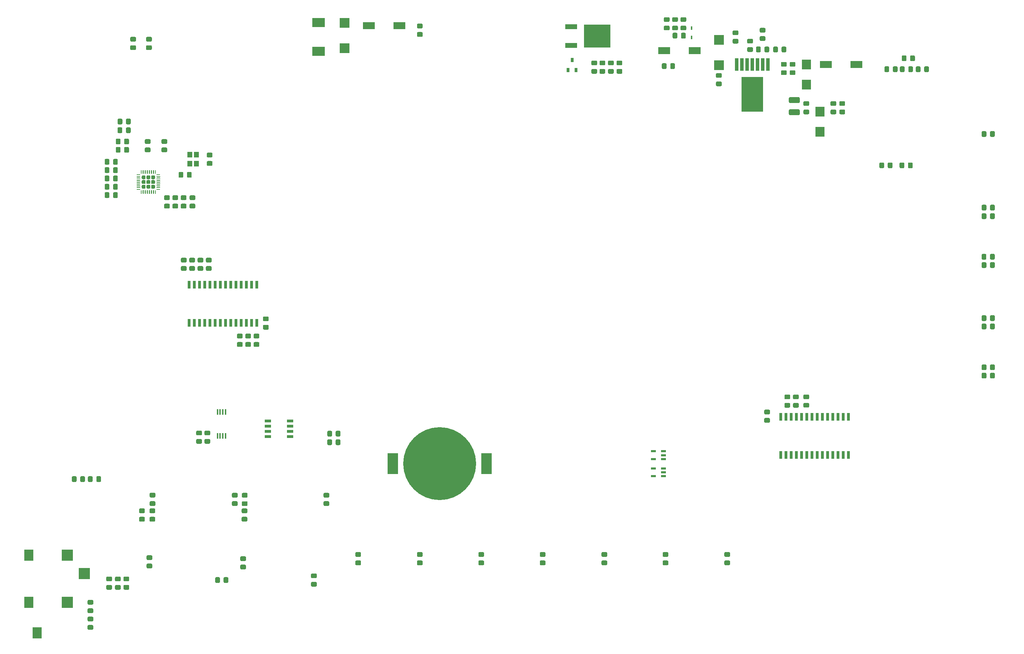
<source format=gbr>
%TF.GenerationSoftware,KiCad,Pcbnew,(5.1.6)-1*%
%TF.CreationDate,2021-02-17T08:37:54+01:00*%
%TF.ProjectId,pihpsdr Controller,70696870-7364-4722-9043-6f6e74726f6c,rev?*%
%TF.SameCoordinates,Original*%
%TF.FileFunction,Paste,Bot*%
%TF.FilePolarity,Positive*%
%FSLAX46Y46*%
G04 Gerber Fmt 4.6, Leading zero omitted, Abs format (unit mm)*
G04 Created by KiCad (PCBNEW (5.1.6)-1) date 2021-02-17 08:37:54*
%MOMM*%
%LPD*%
G01*
G04 APERTURE LIST*
%ADD10R,1.150000X1.400000*%
%ADD11C,17.800000*%
%ADD12R,2.500000X5.100000*%
%ADD13R,5.350000X8.540000*%
%ADD14R,0.890000X3.060000*%
%ADD15R,0.700000X1.000000*%
%ADD16R,2.850000X1.250000*%
%ADD17R,6.500000X5.550000*%
%ADD18R,3.000000X1.800000*%
%ADD19R,2.200000X2.800000*%
%ADD20R,2.800000X2.800000*%
%ADD21R,1.525000X0.700000*%
%ADD22R,1.250000X0.500000*%
%ADD23R,0.450000X1.475000*%
%ADD24R,0.650000X1.850000*%
%ADD25R,0.460000X0.840000*%
%ADD26R,3.150000X2.200000*%
%ADD27R,2.250000X2.350000*%
%ADD28R,2.450000X2.350000*%
%ADD29O,0.875000X0.250000*%
%ADD30O,0.250000X0.875000*%
G04 APERTURE END LIST*
D10*
%TO.C,Y1*%
X66618000Y-50298000D03*
X66618000Y-52498000D03*
X68218000Y-52498000D03*
X68218000Y-50298000D03*
%TD*%
D11*
%TO.C,U2*%
X127616000Y-125693000D03*
D12*
X116166000Y-125693000D03*
X139066000Y-125693000D03*
%TD*%
D13*
%TO.C,U1*%
X203863000Y-35589000D03*
D14*
X207673000Y-28284000D03*
X206403000Y-28284000D03*
X205133000Y-28284000D03*
X203863000Y-28284000D03*
X202593000Y-28284000D03*
X201323000Y-28284000D03*
X200053000Y-28284000D03*
%TD*%
D15*
%TO.C,Q2*%
X159921000Y-27211000D03*
X158971000Y-29611000D03*
X160871000Y-29611000D03*
%TD*%
D16*
%TO.C,Q1*%
X159667800Y-19019000D03*
D17*
X166067800Y-21299000D03*
D16*
X159667800Y-23579000D03*
%TD*%
D18*
%TO.C,L3*%
X229330000Y-28284000D03*
X221830000Y-28284000D03*
%TD*%
%TO.C,L2*%
X110324000Y-18822500D03*
X117824000Y-18822500D03*
%TD*%
%TO.C,L1*%
X182358400Y-24855000D03*
X189858400Y-24855000D03*
%TD*%
D19*
%TO.C,J9*%
X27389000Y-148100000D03*
D20*
X36789000Y-148100000D03*
X40889000Y-152550000D03*
%TD*%
D19*
%TO.C,J5*%
X29400000Y-167000000D03*
X27400000Y-159600000D03*
D20*
X36800000Y-159600000D03*
%TD*%
D21*
%TO.C,IC7*%
X91085000Y-119089000D03*
X91085000Y-117819000D03*
X91085000Y-116549000D03*
X91085000Y-115279000D03*
X85661000Y-115279000D03*
X85661000Y-116549000D03*
X85661000Y-117819000D03*
X85661000Y-119089000D03*
%TD*%
D22*
%TO.C,IC5*%
X179753000Y-126902000D03*
X179753000Y-128802000D03*
X182253000Y-128802000D03*
X182253000Y-127852000D03*
X182253000Y-126902000D03*
%TD*%
%TO.C,IC4*%
X179753000Y-122711000D03*
X179753000Y-124611000D03*
X182253000Y-124611000D03*
X182253000Y-123661000D03*
X182253000Y-122711000D03*
%TD*%
D23*
%TO.C,IC3*%
X75352600Y-113103000D03*
X74702600Y-113103000D03*
X74052600Y-113103000D03*
X73402600Y-113103000D03*
X73402600Y-118979000D03*
X74052600Y-118979000D03*
X74702600Y-118979000D03*
X75352600Y-118979000D03*
%TD*%
D24*
%TO.C,IC2*%
X66449000Y-91379000D03*
X67719000Y-91379000D03*
X68989000Y-91379000D03*
X70259000Y-91379000D03*
X71529000Y-91379000D03*
X72799000Y-91379000D03*
X74069000Y-91379000D03*
X75339000Y-91379000D03*
X76609000Y-91379000D03*
X77879000Y-91379000D03*
X79149000Y-91379000D03*
X80419000Y-91379000D03*
X81689000Y-91379000D03*
X82959000Y-91379000D03*
X82959000Y-82029000D03*
X81689000Y-82029000D03*
X80419000Y-82029000D03*
X79149000Y-82029000D03*
X77879000Y-82029000D03*
X76609000Y-82029000D03*
X75339000Y-82029000D03*
X74069000Y-82029000D03*
X72799000Y-82029000D03*
X71529000Y-82029000D03*
X70259000Y-82029000D03*
X68989000Y-82029000D03*
X67719000Y-82029000D03*
X66449000Y-82029000D03*
%TD*%
%TO.C,IC1*%
X227311000Y-114287000D03*
X226041000Y-114287000D03*
X224771000Y-114287000D03*
X223501000Y-114287000D03*
X222231000Y-114287000D03*
X220961000Y-114287000D03*
X219691000Y-114287000D03*
X218421000Y-114287000D03*
X217151000Y-114287000D03*
X215881000Y-114287000D03*
X214611000Y-114287000D03*
X213341000Y-114287000D03*
X212071000Y-114287000D03*
X210801000Y-114287000D03*
X210801000Y-123637000D03*
X212071000Y-123637000D03*
X213341000Y-123637000D03*
X214611000Y-123637000D03*
X215881000Y-123637000D03*
X217151000Y-123637000D03*
X218421000Y-123637000D03*
X219691000Y-123637000D03*
X220961000Y-123637000D03*
X222231000Y-123637000D03*
X223501000Y-123637000D03*
X224771000Y-123637000D03*
X226041000Y-123637000D03*
X227311000Y-123637000D03*
%TD*%
D25*
%TO.C,D3*%
X189054800Y-21661600D03*
X189054800Y-19361600D03*
%TD*%
D26*
%TO.C,D2*%
X98072000Y-25053000D03*
X98072000Y-18053000D03*
%TD*%
D27*
%TO.C,C32*%
X220373000Y-44704000D03*
X220373000Y-39804000D03*
%TD*%
%TO.C,C29*%
X217071000Y-33147000D03*
X217071000Y-28247000D03*
%TD*%
D28*
%TO.C,C22*%
X195735000Y-22263000D03*
X195735000Y-28463000D03*
%TD*%
%TO.C,C18*%
X104422000Y-24272000D03*
X104422000Y-18072000D03*
%TD*%
%TO.C,R67*%
G36*
G01*
X42849001Y-160159000D02*
X41948999Y-160159000D01*
G75*
G02*
X41699000Y-159909001I0J249999D01*
G01*
X41699000Y-159258999D01*
G75*
G02*
X41948999Y-159009000I249999J0D01*
G01*
X42849001Y-159009000D01*
G75*
G02*
X43099000Y-159258999I0J-249999D01*
G01*
X43099000Y-159909001D01*
G75*
G02*
X42849001Y-160159000I-249999J0D01*
G01*
G37*
G36*
G01*
X42849001Y-162209000D02*
X41948999Y-162209000D01*
G75*
G02*
X41699000Y-161959001I0J249999D01*
G01*
X41699000Y-161308999D01*
G75*
G02*
X41948999Y-161059000I249999J0D01*
G01*
X42849001Y-161059000D01*
G75*
G02*
X43099000Y-161308999I0J-249999D01*
G01*
X43099000Y-161959001D01*
G75*
G02*
X42849001Y-162209000I-249999J0D01*
G01*
G37*
%TD*%
%TO.C,R66*%
G36*
G01*
X41948999Y-165132000D02*
X42849001Y-165132000D01*
G75*
G02*
X43099000Y-165381999I0J-249999D01*
G01*
X43099000Y-166032001D01*
G75*
G02*
X42849001Y-166282000I-249999J0D01*
G01*
X41948999Y-166282000D01*
G75*
G02*
X41699000Y-166032001I0J249999D01*
G01*
X41699000Y-165381999D01*
G75*
G02*
X41948999Y-165132000I249999J0D01*
G01*
G37*
G36*
G01*
X41948999Y-163082000D02*
X42849001Y-163082000D01*
G75*
G02*
X43099000Y-163331999I0J-249999D01*
G01*
X43099000Y-163982001D01*
G75*
G02*
X42849001Y-164232000I-249999J0D01*
G01*
X41948999Y-164232000D01*
G75*
G02*
X41699000Y-163982001I0J249999D01*
G01*
X41699000Y-163331999D01*
G75*
G02*
X41948999Y-163082000I249999J0D01*
G01*
G37*
%TD*%
%TO.C,R65*%
G36*
G01*
X197316999Y-149375000D02*
X198217001Y-149375000D01*
G75*
G02*
X198467000Y-149624999I0J-249999D01*
G01*
X198467000Y-150275001D01*
G75*
G02*
X198217001Y-150525000I-249999J0D01*
G01*
X197316999Y-150525000D01*
G75*
G02*
X197067000Y-150275001I0J249999D01*
G01*
X197067000Y-149624999D01*
G75*
G02*
X197316999Y-149375000I249999J0D01*
G01*
G37*
G36*
G01*
X197316999Y-147325000D02*
X198217001Y-147325000D01*
G75*
G02*
X198467000Y-147574999I0J-249999D01*
G01*
X198467000Y-148225001D01*
G75*
G02*
X198217001Y-148475000I-249999J0D01*
G01*
X197316999Y-148475000D01*
G75*
G02*
X197067000Y-148225001I0J249999D01*
G01*
X197067000Y-147574999D01*
G75*
G02*
X197316999Y-147325000I249999J0D01*
G01*
G37*
%TD*%
%TO.C,R54*%
G36*
G01*
X182267499Y-149375000D02*
X183167501Y-149375000D01*
G75*
G02*
X183417500Y-149624999I0J-249999D01*
G01*
X183417500Y-150275001D01*
G75*
G02*
X183167501Y-150525000I-249999J0D01*
G01*
X182267499Y-150525000D01*
G75*
G02*
X182017500Y-150275001I0J249999D01*
G01*
X182017500Y-149624999D01*
G75*
G02*
X182267499Y-149375000I249999J0D01*
G01*
G37*
G36*
G01*
X182267499Y-147325000D02*
X183167501Y-147325000D01*
G75*
G02*
X183417500Y-147574999I0J-249999D01*
G01*
X183417500Y-148225001D01*
G75*
G02*
X183167501Y-148475000I-249999J0D01*
G01*
X182267499Y-148475000D01*
G75*
G02*
X182017500Y-148225001I0J249999D01*
G01*
X182017500Y-147574999D01*
G75*
G02*
X182267499Y-147325000I249999J0D01*
G01*
G37*
%TD*%
%TO.C,R53*%
G36*
G01*
X167344999Y-149375000D02*
X168245001Y-149375000D01*
G75*
G02*
X168495000Y-149624999I0J-249999D01*
G01*
X168495000Y-150275001D01*
G75*
G02*
X168245001Y-150525000I-249999J0D01*
G01*
X167344999Y-150525000D01*
G75*
G02*
X167095000Y-150275001I0J249999D01*
G01*
X167095000Y-149624999D01*
G75*
G02*
X167344999Y-149375000I249999J0D01*
G01*
G37*
G36*
G01*
X167344999Y-147325000D02*
X168245001Y-147325000D01*
G75*
G02*
X168495000Y-147574999I0J-249999D01*
G01*
X168495000Y-148225001D01*
G75*
G02*
X168245001Y-148475000I-249999J0D01*
G01*
X167344999Y-148475000D01*
G75*
G02*
X167095000Y-148225001I0J249999D01*
G01*
X167095000Y-147574999D01*
G75*
G02*
X167344999Y-147325000I249999J0D01*
G01*
G37*
%TD*%
%TO.C,R52*%
G36*
G01*
X152295499Y-149375000D02*
X153195501Y-149375000D01*
G75*
G02*
X153445500Y-149624999I0J-249999D01*
G01*
X153445500Y-150275001D01*
G75*
G02*
X153195501Y-150525000I-249999J0D01*
G01*
X152295499Y-150525000D01*
G75*
G02*
X152045500Y-150275001I0J249999D01*
G01*
X152045500Y-149624999D01*
G75*
G02*
X152295499Y-149375000I249999J0D01*
G01*
G37*
G36*
G01*
X152295499Y-147325000D02*
X153195501Y-147325000D01*
G75*
G02*
X153445500Y-147574999I0J-249999D01*
G01*
X153445500Y-148225001D01*
G75*
G02*
X153195501Y-148475000I-249999J0D01*
G01*
X152295499Y-148475000D01*
G75*
G02*
X152045500Y-148225001I0J249999D01*
G01*
X152045500Y-147574999D01*
G75*
G02*
X152295499Y-147325000I249999J0D01*
G01*
G37*
%TD*%
%TO.C,R51*%
G36*
G01*
X137309499Y-149375000D02*
X138209501Y-149375000D01*
G75*
G02*
X138459500Y-149624999I0J-249999D01*
G01*
X138459500Y-150275001D01*
G75*
G02*
X138209501Y-150525000I-249999J0D01*
G01*
X137309499Y-150525000D01*
G75*
G02*
X137059500Y-150275001I0J249999D01*
G01*
X137059500Y-149624999D01*
G75*
G02*
X137309499Y-149375000I249999J0D01*
G01*
G37*
G36*
G01*
X137309499Y-147325000D02*
X138209501Y-147325000D01*
G75*
G02*
X138459500Y-147574999I0J-249999D01*
G01*
X138459500Y-148225001D01*
G75*
G02*
X138209501Y-148475000I-249999J0D01*
G01*
X137309499Y-148475000D01*
G75*
G02*
X137059500Y-148225001I0J249999D01*
G01*
X137059500Y-147574999D01*
G75*
G02*
X137309499Y-147325000I249999J0D01*
G01*
G37*
%TD*%
%TO.C,R50*%
G36*
G01*
X122323499Y-149375000D02*
X123223501Y-149375000D01*
G75*
G02*
X123473500Y-149624999I0J-249999D01*
G01*
X123473500Y-150275001D01*
G75*
G02*
X123223501Y-150525000I-249999J0D01*
G01*
X122323499Y-150525000D01*
G75*
G02*
X122073500Y-150275001I0J249999D01*
G01*
X122073500Y-149624999D01*
G75*
G02*
X122323499Y-149375000I249999J0D01*
G01*
G37*
G36*
G01*
X122323499Y-147325000D02*
X123223501Y-147325000D01*
G75*
G02*
X123473500Y-147574999I0J-249999D01*
G01*
X123473500Y-148225001D01*
G75*
G02*
X123223501Y-148475000I-249999J0D01*
G01*
X122323499Y-148475000D01*
G75*
G02*
X122073500Y-148225001I0J249999D01*
G01*
X122073500Y-147574999D01*
G75*
G02*
X122323499Y-147325000I249999J0D01*
G01*
G37*
%TD*%
%TO.C,R44*%
G36*
G01*
X107273999Y-149375000D02*
X108174001Y-149375000D01*
G75*
G02*
X108424000Y-149624999I0J-249999D01*
G01*
X108424000Y-150275001D01*
G75*
G02*
X108174001Y-150525000I-249999J0D01*
G01*
X107273999Y-150525000D01*
G75*
G02*
X107024000Y-150275001I0J249999D01*
G01*
X107024000Y-149624999D01*
G75*
G02*
X107273999Y-149375000I249999J0D01*
G01*
G37*
G36*
G01*
X107273999Y-147325000D02*
X108174001Y-147325000D01*
G75*
G02*
X108424000Y-147574999I0J-249999D01*
G01*
X108424000Y-148225001D01*
G75*
G02*
X108174001Y-148475000I-249999J0D01*
G01*
X107273999Y-148475000D01*
G75*
G02*
X107024000Y-148225001I0J249999D01*
G01*
X107024000Y-147574999D01*
G75*
G02*
X107273999Y-147325000I249999J0D01*
G01*
G37*
%TD*%
%TO.C,R26*%
G36*
G01*
X261907500Y-104680001D02*
X261907500Y-103779999D01*
G75*
G02*
X262157499Y-103530000I249999J0D01*
G01*
X262807501Y-103530000D01*
G75*
G02*
X263057500Y-103779999I0J-249999D01*
G01*
X263057500Y-104680001D01*
G75*
G02*
X262807501Y-104930000I-249999J0D01*
G01*
X262157499Y-104930000D01*
G75*
G02*
X261907500Y-104680001I0J249999D01*
G01*
G37*
G36*
G01*
X259857500Y-104680001D02*
X259857500Y-103779999D01*
G75*
G02*
X260107499Y-103530000I249999J0D01*
G01*
X260757501Y-103530000D01*
G75*
G02*
X261007500Y-103779999I0J-249999D01*
G01*
X261007500Y-104680001D01*
G75*
G02*
X260757501Y-104930000I-249999J0D01*
G01*
X260107499Y-104930000D01*
G75*
G02*
X259857500Y-104680001I0J249999D01*
G01*
G37*
%TD*%
%TO.C,R25*%
G36*
G01*
X261916500Y-102648001D02*
X261916500Y-101747999D01*
G75*
G02*
X262166499Y-101498000I249999J0D01*
G01*
X262816501Y-101498000D01*
G75*
G02*
X263066500Y-101747999I0J-249999D01*
G01*
X263066500Y-102648001D01*
G75*
G02*
X262816501Y-102898000I-249999J0D01*
G01*
X262166499Y-102898000D01*
G75*
G02*
X261916500Y-102648001I0J249999D01*
G01*
G37*
G36*
G01*
X259866500Y-102648001D02*
X259866500Y-101747999D01*
G75*
G02*
X260116499Y-101498000I249999J0D01*
G01*
X260766501Y-101498000D01*
G75*
G02*
X261016500Y-101747999I0J-249999D01*
G01*
X261016500Y-102648001D01*
G75*
G02*
X260766501Y-102898000I-249999J0D01*
G01*
X260116499Y-102898000D01*
G75*
G02*
X259866500Y-102648001I0J249999D01*
G01*
G37*
%TD*%
%TO.C,R24*%
G36*
G01*
X261907500Y-92678501D02*
X261907500Y-91778499D01*
G75*
G02*
X262157499Y-91528500I249999J0D01*
G01*
X262807501Y-91528500D01*
G75*
G02*
X263057500Y-91778499I0J-249999D01*
G01*
X263057500Y-92678501D01*
G75*
G02*
X262807501Y-92928500I-249999J0D01*
G01*
X262157499Y-92928500D01*
G75*
G02*
X261907500Y-92678501I0J249999D01*
G01*
G37*
G36*
G01*
X259857500Y-92678501D02*
X259857500Y-91778499D01*
G75*
G02*
X260107499Y-91528500I249999J0D01*
G01*
X260757501Y-91528500D01*
G75*
G02*
X261007500Y-91778499I0J-249999D01*
G01*
X261007500Y-92678501D01*
G75*
G02*
X260757501Y-92928500I-249999J0D01*
G01*
X260107499Y-92928500D01*
G75*
G02*
X259857500Y-92678501I0J249999D01*
G01*
G37*
%TD*%
%TO.C,R23*%
G36*
G01*
X261907500Y-90646501D02*
X261907500Y-89746499D01*
G75*
G02*
X262157499Y-89496500I249999J0D01*
G01*
X262807501Y-89496500D01*
G75*
G02*
X263057500Y-89746499I0J-249999D01*
G01*
X263057500Y-90646501D01*
G75*
G02*
X262807501Y-90896500I-249999J0D01*
G01*
X262157499Y-90896500D01*
G75*
G02*
X261907500Y-90646501I0J249999D01*
G01*
G37*
G36*
G01*
X259857500Y-90646501D02*
X259857500Y-89746499D01*
G75*
G02*
X260107499Y-89496500I249999J0D01*
G01*
X260757501Y-89496500D01*
G75*
G02*
X261007500Y-89746499I0J-249999D01*
G01*
X261007500Y-90646501D01*
G75*
G02*
X260757501Y-90896500I-249999J0D01*
G01*
X260107499Y-90896500D01*
G75*
G02*
X259857500Y-90646501I0J249999D01*
G01*
G37*
%TD*%
%TO.C,R22*%
G36*
G01*
X261907500Y-77692501D02*
X261907500Y-76792499D01*
G75*
G02*
X262157499Y-76542500I249999J0D01*
G01*
X262807501Y-76542500D01*
G75*
G02*
X263057500Y-76792499I0J-249999D01*
G01*
X263057500Y-77692501D01*
G75*
G02*
X262807501Y-77942500I-249999J0D01*
G01*
X262157499Y-77942500D01*
G75*
G02*
X261907500Y-77692501I0J249999D01*
G01*
G37*
G36*
G01*
X259857500Y-77692501D02*
X259857500Y-76792499D01*
G75*
G02*
X260107499Y-76542500I249999J0D01*
G01*
X260757501Y-76542500D01*
G75*
G02*
X261007500Y-76792499I0J-249999D01*
G01*
X261007500Y-77692501D01*
G75*
G02*
X260757501Y-77942500I-249999J0D01*
G01*
X260107499Y-77942500D01*
G75*
G02*
X259857500Y-77692501I0J249999D01*
G01*
G37*
%TD*%
%TO.C,R21*%
G36*
G01*
X261898500Y-75660501D02*
X261898500Y-74760499D01*
G75*
G02*
X262148499Y-74510500I249999J0D01*
G01*
X262798501Y-74510500D01*
G75*
G02*
X263048500Y-74760499I0J-249999D01*
G01*
X263048500Y-75660501D01*
G75*
G02*
X262798501Y-75910500I-249999J0D01*
G01*
X262148499Y-75910500D01*
G75*
G02*
X261898500Y-75660501I0J249999D01*
G01*
G37*
G36*
G01*
X259848500Y-75660501D02*
X259848500Y-74760499D01*
G75*
G02*
X260098499Y-74510500I249999J0D01*
G01*
X260748501Y-74510500D01*
G75*
G02*
X260998500Y-74760499I0J-249999D01*
G01*
X260998500Y-75660501D01*
G75*
G02*
X260748501Y-75910500I-249999J0D01*
G01*
X260098499Y-75910500D01*
G75*
G02*
X259848500Y-75660501I0J249999D01*
G01*
G37*
%TD*%
%TO.C,R20*%
G36*
G01*
X261907500Y-65754501D02*
X261907500Y-64854499D01*
G75*
G02*
X262157499Y-64604500I249999J0D01*
G01*
X262807501Y-64604500D01*
G75*
G02*
X263057500Y-64854499I0J-249999D01*
G01*
X263057500Y-65754501D01*
G75*
G02*
X262807501Y-66004500I-249999J0D01*
G01*
X262157499Y-66004500D01*
G75*
G02*
X261907500Y-65754501I0J249999D01*
G01*
G37*
G36*
G01*
X259857500Y-65754501D02*
X259857500Y-64854499D01*
G75*
G02*
X260107499Y-64604500I249999J0D01*
G01*
X260757501Y-64604500D01*
G75*
G02*
X261007500Y-64854499I0J-249999D01*
G01*
X261007500Y-65754501D01*
G75*
G02*
X260757501Y-66004500I-249999J0D01*
G01*
X260107499Y-66004500D01*
G75*
G02*
X259857500Y-65754501I0J249999D01*
G01*
G37*
%TD*%
%TO.C,R19*%
G36*
G01*
X261907500Y-63659001D02*
X261907500Y-62758999D01*
G75*
G02*
X262157499Y-62509000I249999J0D01*
G01*
X262807501Y-62509000D01*
G75*
G02*
X263057500Y-62758999I0J-249999D01*
G01*
X263057500Y-63659001D01*
G75*
G02*
X262807501Y-63909000I-249999J0D01*
G01*
X262157499Y-63909000D01*
G75*
G02*
X261907500Y-63659001I0J249999D01*
G01*
G37*
G36*
G01*
X259857500Y-63659001D02*
X259857500Y-62758999D01*
G75*
G02*
X260107499Y-62509000I249999J0D01*
G01*
X260757501Y-62509000D01*
G75*
G02*
X261007500Y-62758999I0J-249999D01*
G01*
X261007500Y-63659001D01*
G75*
G02*
X260757501Y-63909000I-249999J0D01*
G01*
X260107499Y-63909000D01*
G75*
G02*
X259857500Y-63659001I0J249999D01*
G01*
G37*
%TD*%
%TO.C,R18*%
G36*
G01*
X261907500Y-45688501D02*
X261907500Y-44788499D01*
G75*
G02*
X262157499Y-44538500I249999J0D01*
G01*
X262807501Y-44538500D01*
G75*
G02*
X263057500Y-44788499I0J-249999D01*
G01*
X263057500Y-45688501D01*
G75*
G02*
X262807501Y-45938500I-249999J0D01*
G01*
X262157499Y-45938500D01*
G75*
G02*
X261907500Y-45688501I0J249999D01*
G01*
G37*
G36*
G01*
X259857500Y-45688501D02*
X259857500Y-44788499D01*
G75*
G02*
X260107499Y-44538500I249999J0D01*
G01*
X260757501Y-44538500D01*
G75*
G02*
X261007500Y-44788499I0J-249999D01*
G01*
X261007500Y-45688501D01*
G75*
G02*
X260757501Y-45938500I-249999J0D01*
G01*
X260107499Y-45938500D01*
G75*
G02*
X259857500Y-45688501I0J249999D01*
G01*
G37*
%TD*%
%TO.C,C35*%
G36*
G01*
X84747999Y-91853000D02*
X85648001Y-91853000D01*
G75*
G02*
X85898000Y-92102999I0J-249999D01*
G01*
X85898000Y-92753001D01*
G75*
G02*
X85648001Y-93003000I-249999J0D01*
G01*
X84747999Y-93003000D01*
G75*
G02*
X84498000Y-92753001I0J249999D01*
G01*
X84498000Y-92102999D01*
G75*
G02*
X84747999Y-91853000I249999J0D01*
G01*
G37*
G36*
G01*
X84747999Y-89803000D02*
X85648001Y-89803000D01*
G75*
G02*
X85898000Y-90052999I0J-249999D01*
G01*
X85898000Y-90703001D01*
G75*
G02*
X85648001Y-90953000I-249999J0D01*
G01*
X84747999Y-90953000D01*
G75*
G02*
X84498000Y-90703001I0J249999D01*
G01*
X84498000Y-90052999D01*
G75*
G02*
X84747999Y-89803000I249999J0D01*
G01*
G37*
%TD*%
%TO.C,C16*%
G36*
G01*
X81330001Y-95144000D02*
X80429999Y-95144000D01*
G75*
G02*
X80180000Y-94894001I0J249999D01*
G01*
X80180000Y-94243999D01*
G75*
G02*
X80429999Y-93994000I249999J0D01*
G01*
X81330001Y-93994000D01*
G75*
G02*
X81580000Y-94243999I0J-249999D01*
G01*
X81580000Y-94894001D01*
G75*
G02*
X81330001Y-95144000I-249999J0D01*
G01*
G37*
G36*
G01*
X81330001Y-97194000D02*
X80429999Y-97194000D01*
G75*
G02*
X80180000Y-96944001I0J249999D01*
G01*
X80180000Y-96293999D01*
G75*
G02*
X80429999Y-96044000I249999J0D01*
G01*
X81330001Y-96044000D01*
G75*
G02*
X81580000Y-96293999I0J-249999D01*
G01*
X81580000Y-96944001D01*
G75*
G02*
X81330001Y-97194000I-249999J0D01*
G01*
G37*
%TD*%
%TO.C,C15*%
G36*
G01*
X212885501Y-110003000D02*
X211985499Y-110003000D01*
G75*
G02*
X211735500Y-109753001I0J249999D01*
G01*
X211735500Y-109102999D01*
G75*
G02*
X211985499Y-108853000I249999J0D01*
G01*
X212885501Y-108853000D01*
G75*
G02*
X213135500Y-109102999I0J-249999D01*
G01*
X213135500Y-109753001D01*
G75*
G02*
X212885501Y-110003000I-249999J0D01*
G01*
G37*
G36*
G01*
X212885501Y-112053000D02*
X211985499Y-112053000D01*
G75*
G02*
X211735500Y-111803001I0J249999D01*
G01*
X211735500Y-111152999D01*
G75*
G02*
X211985499Y-110903000I249999J0D01*
G01*
X212885501Y-110903000D01*
G75*
G02*
X213135500Y-111152999I0J-249999D01*
G01*
X213135500Y-111803001D01*
G75*
G02*
X212885501Y-112053000I-249999J0D01*
G01*
G37*
%TD*%
%TO.C,C1*%
G36*
G01*
X207048999Y-114586000D02*
X207949001Y-114586000D01*
G75*
G02*
X208199000Y-114835999I0J-249999D01*
G01*
X208199000Y-115486001D01*
G75*
G02*
X207949001Y-115736000I-249999J0D01*
G01*
X207048999Y-115736000D01*
G75*
G02*
X206799000Y-115486001I0J249999D01*
G01*
X206799000Y-114835999D01*
G75*
G02*
X207048999Y-114586000I249999J0D01*
G01*
G37*
G36*
G01*
X207048999Y-112536000D02*
X207949001Y-112536000D01*
G75*
G02*
X208199000Y-112785999I0J-249999D01*
G01*
X208199000Y-113436001D01*
G75*
G02*
X207949001Y-113686000I-249999J0D01*
G01*
X207048999Y-113686000D01*
G75*
G02*
X206799000Y-113436001I0J249999D01*
G01*
X206799000Y-112785999D01*
G75*
G02*
X207048999Y-112536000I249999J0D01*
G01*
G37*
%TD*%
%TO.C,R17*%
G36*
G01*
X83362001Y-95144000D02*
X82461999Y-95144000D01*
G75*
G02*
X82212000Y-94894001I0J249999D01*
G01*
X82212000Y-94243999D01*
G75*
G02*
X82461999Y-93994000I249999J0D01*
G01*
X83362001Y-93994000D01*
G75*
G02*
X83612000Y-94243999I0J-249999D01*
G01*
X83612000Y-94894001D01*
G75*
G02*
X83362001Y-95144000I-249999J0D01*
G01*
G37*
G36*
G01*
X83362001Y-97194000D02*
X82461999Y-97194000D01*
G75*
G02*
X82212000Y-96944001I0J249999D01*
G01*
X82212000Y-96293999D01*
G75*
G02*
X82461999Y-96044000I249999J0D01*
G01*
X83362001Y-96044000D01*
G75*
G02*
X83612000Y-96293999I0J-249999D01*
G01*
X83612000Y-96944001D01*
G75*
G02*
X83362001Y-97194000I-249999J0D01*
G01*
G37*
%TD*%
%TO.C,R16*%
G36*
G01*
X79298001Y-95144000D02*
X78397999Y-95144000D01*
G75*
G02*
X78148000Y-94894001I0J249999D01*
G01*
X78148000Y-94243999D01*
G75*
G02*
X78397999Y-93994000I249999J0D01*
G01*
X79298001Y-93994000D01*
G75*
G02*
X79548000Y-94243999I0J-249999D01*
G01*
X79548000Y-94894001D01*
G75*
G02*
X79298001Y-95144000I-249999J0D01*
G01*
G37*
G36*
G01*
X79298001Y-97194000D02*
X78397999Y-97194000D01*
G75*
G02*
X78148000Y-96944001I0J249999D01*
G01*
X78148000Y-96293999D01*
G75*
G02*
X78397999Y-96044000I249999J0D01*
G01*
X79298001Y-96044000D01*
G75*
G02*
X79548000Y-96293999I0J-249999D01*
G01*
X79548000Y-96944001D01*
G75*
G02*
X79298001Y-97194000I-249999J0D01*
G01*
G37*
%TD*%
%TO.C,R15*%
G36*
G01*
X214080999Y-110903000D02*
X214981001Y-110903000D01*
G75*
G02*
X215231000Y-111152999I0J-249999D01*
G01*
X215231000Y-111803001D01*
G75*
G02*
X214981001Y-112053000I-249999J0D01*
G01*
X214080999Y-112053000D01*
G75*
G02*
X213831000Y-111803001I0J249999D01*
G01*
X213831000Y-111152999D01*
G75*
G02*
X214080999Y-110903000I249999J0D01*
G01*
G37*
G36*
G01*
X214080999Y-108853000D02*
X214981001Y-108853000D01*
G75*
G02*
X215231000Y-109102999I0J-249999D01*
G01*
X215231000Y-109753001D01*
G75*
G02*
X214981001Y-110003000I-249999J0D01*
G01*
X214080999Y-110003000D01*
G75*
G02*
X213831000Y-109753001I0J249999D01*
G01*
X213831000Y-109102999D01*
G75*
G02*
X214080999Y-108853000I249999J0D01*
G01*
G37*
%TD*%
%TO.C,R14*%
G36*
G01*
X245842000Y-29877001D02*
X245842000Y-28976999D01*
G75*
G02*
X246091999Y-28727000I249999J0D01*
G01*
X246742001Y-28727000D01*
G75*
G02*
X246992000Y-28976999I0J-249999D01*
G01*
X246992000Y-29877001D01*
G75*
G02*
X246742001Y-30127000I-249999J0D01*
G01*
X246091999Y-30127000D01*
G75*
G02*
X245842000Y-29877001I0J249999D01*
G01*
G37*
G36*
G01*
X243792000Y-29877001D02*
X243792000Y-28976999D01*
G75*
G02*
X244041999Y-28727000I249999J0D01*
G01*
X244692001Y-28727000D01*
G75*
G02*
X244942000Y-28976999I0J-249999D01*
G01*
X244942000Y-29877001D01*
G75*
G02*
X244692001Y-30127000I-249999J0D01*
G01*
X244041999Y-30127000D01*
G75*
G02*
X243792000Y-29877001I0J249999D01*
G01*
G37*
%TD*%
%TO.C,R13*%
G36*
G01*
X57061999Y-136666000D02*
X57962001Y-136666000D01*
G75*
G02*
X58212000Y-136915999I0J-249999D01*
G01*
X58212000Y-137566001D01*
G75*
G02*
X57962001Y-137816000I-249999J0D01*
G01*
X57061999Y-137816000D01*
G75*
G02*
X56812000Y-137566001I0J249999D01*
G01*
X56812000Y-136915999D01*
G75*
G02*
X57061999Y-136666000I249999J0D01*
G01*
G37*
G36*
G01*
X57061999Y-138716000D02*
X57962001Y-138716000D01*
G75*
G02*
X58212000Y-138965999I0J-249999D01*
G01*
X58212000Y-139616001D01*
G75*
G02*
X57962001Y-139866000I-249999J0D01*
G01*
X57061999Y-139866000D01*
G75*
G02*
X56812000Y-139616001I0J249999D01*
G01*
X56812000Y-138965999D01*
G75*
G02*
X57061999Y-138716000I249999J0D01*
G01*
G37*
%TD*%
%TO.C,R12*%
G36*
G01*
X54521999Y-138716000D02*
X55422001Y-138716000D01*
G75*
G02*
X55672000Y-138965999I0J-249999D01*
G01*
X55672000Y-139616001D01*
G75*
G02*
X55422001Y-139866000I-249999J0D01*
G01*
X54521999Y-139866000D01*
G75*
G02*
X54272000Y-139616001I0J249999D01*
G01*
X54272000Y-138965999D01*
G75*
G02*
X54521999Y-138716000I249999J0D01*
G01*
G37*
G36*
G01*
X54521999Y-136666000D02*
X55422001Y-136666000D01*
G75*
G02*
X55672000Y-136915999I0J-249999D01*
G01*
X55672000Y-137566001D01*
G75*
G02*
X55422001Y-137816000I-249999J0D01*
G01*
X54521999Y-137816000D01*
G75*
G02*
X54272000Y-137566001I0J249999D01*
G01*
X54272000Y-136915999D01*
G75*
G02*
X54521999Y-136666000I249999J0D01*
G01*
G37*
%TD*%
%TO.C,R11*%
G36*
G01*
X79540999Y-138716000D02*
X80441001Y-138716000D01*
G75*
G02*
X80691000Y-138965999I0J-249999D01*
G01*
X80691000Y-139616001D01*
G75*
G02*
X80441001Y-139866000I-249999J0D01*
G01*
X79540999Y-139866000D01*
G75*
G02*
X79291000Y-139616001I0J249999D01*
G01*
X79291000Y-138965999D01*
G75*
G02*
X79540999Y-138716000I249999J0D01*
G01*
G37*
G36*
G01*
X79540999Y-136666000D02*
X80441001Y-136666000D01*
G75*
G02*
X80691000Y-136915999I0J-249999D01*
G01*
X80691000Y-137566001D01*
G75*
G02*
X80441001Y-137816000I-249999J0D01*
G01*
X79540999Y-137816000D01*
G75*
G02*
X79291000Y-137566001I0J249999D01*
G01*
X79291000Y-136915999D01*
G75*
G02*
X79540999Y-136666000I249999J0D01*
G01*
G37*
%TD*%
%TO.C,R3*%
G36*
G01*
X216620999Y-110894000D02*
X217521001Y-110894000D01*
G75*
G02*
X217771000Y-111143999I0J-249999D01*
G01*
X217771000Y-111794001D01*
G75*
G02*
X217521001Y-112044000I-249999J0D01*
G01*
X216620999Y-112044000D01*
G75*
G02*
X216371000Y-111794001I0J249999D01*
G01*
X216371000Y-111143999D01*
G75*
G02*
X216620999Y-110894000I249999J0D01*
G01*
G37*
G36*
G01*
X216620999Y-108844000D02*
X217521001Y-108844000D01*
G75*
G02*
X217771000Y-109093999I0J-249999D01*
G01*
X217771000Y-109744001D01*
G75*
G02*
X217521001Y-109994000I-249999J0D01*
G01*
X216620999Y-109994000D01*
G75*
G02*
X216371000Y-109744001I0J249999D01*
G01*
X216371000Y-109093999D01*
G75*
G02*
X216620999Y-108844000I249999J0D01*
G01*
G37*
%TD*%
%TO.C,C28*%
G36*
G01*
X213268199Y-29699200D02*
X214168201Y-29699200D01*
G75*
G02*
X214418200Y-29949199I0J-249999D01*
G01*
X214418200Y-30599201D01*
G75*
G02*
X214168201Y-30849200I-249999J0D01*
G01*
X213268199Y-30849200D01*
G75*
G02*
X213018200Y-30599201I0J249999D01*
G01*
X213018200Y-29949199D01*
G75*
G02*
X213268199Y-29699200I249999J0D01*
G01*
G37*
G36*
G01*
X213268199Y-27649200D02*
X214168201Y-27649200D01*
G75*
G02*
X214418200Y-27899199I0J-249999D01*
G01*
X214418200Y-28549201D01*
G75*
G02*
X214168201Y-28799200I-249999J0D01*
G01*
X213268199Y-28799200D01*
G75*
G02*
X213018200Y-28549201I0J249999D01*
G01*
X213018200Y-27899199D01*
G75*
G02*
X213268199Y-27649200I249999J0D01*
G01*
G37*
%TD*%
%TO.C,IC6*%
G36*
G01*
X57456500Y-57646500D02*
X57921500Y-57646500D01*
G75*
G02*
X58154000Y-57879000I0J-232500D01*
G01*
X58154000Y-58344000D01*
G75*
G02*
X57921500Y-58576500I-232500J0D01*
G01*
X57456500Y-58576500D01*
G75*
G02*
X57224000Y-58344000I0J232500D01*
G01*
X57224000Y-57879000D01*
G75*
G02*
X57456500Y-57646500I232500J0D01*
G01*
G37*
G36*
G01*
X56306500Y-57646500D02*
X56771500Y-57646500D01*
G75*
G02*
X57004000Y-57879000I0J-232500D01*
G01*
X57004000Y-58344000D01*
G75*
G02*
X56771500Y-58576500I-232500J0D01*
G01*
X56306500Y-58576500D01*
G75*
G02*
X56074000Y-58344000I0J232500D01*
G01*
X56074000Y-57879000D01*
G75*
G02*
X56306500Y-57646500I232500J0D01*
G01*
G37*
G36*
G01*
X55156500Y-57646500D02*
X55621500Y-57646500D01*
G75*
G02*
X55854000Y-57879000I0J-232500D01*
G01*
X55854000Y-58344000D01*
G75*
G02*
X55621500Y-58576500I-232500J0D01*
G01*
X55156500Y-58576500D01*
G75*
G02*
X54924000Y-58344000I0J232500D01*
G01*
X54924000Y-57879000D01*
G75*
G02*
X55156500Y-57646500I232500J0D01*
G01*
G37*
G36*
G01*
X57456500Y-56496500D02*
X57921500Y-56496500D01*
G75*
G02*
X58154000Y-56729000I0J-232500D01*
G01*
X58154000Y-57194000D01*
G75*
G02*
X57921500Y-57426500I-232500J0D01*
G01*
X57456500Y-57426500D01*
G75*
G02*
X57224000Y-57194000I0J232500D01*
G01*
X57224000Y-56729000D01*
G75*
G02*
X57456500Y-56496500I232500J0D01*
G01*
G37*
G36*
G01*
X56306500Y-56496500D02*
X56771500Y-56496500D01*
G75*
G02*
X57004000Y-56729000I0J-232500D01*
G01*
X57004000Y-57194000D01*
G75*
G02*
X56771500Y-57426500I-232500J0D01*
G01*
X56306500Y-57426500D01*
G75*
G02*
X56074000Y-57194000I0J232500D01*
G01*
X56074000Y-56729000D01*
G75*
G02*
X56306500Y-56496500I232500J0D01*
G01*
G37*
G36*
G01*
X55156500Y-56496500D02*
X55621500Y-56496500D01*
G75*
G02*
X55854000Y-56729000I0J-232500D01*
G01*
X55854000Y-57194000D01*
G75*
G02*
X55621500Y-57426500I-232500J0D01*
G01*
X55156500Y-57426500D01*
G75*
G02*
X54924000Y-57194000I0J232500D01*
G01*
X54924000Y-56729000D01*
G75*
G02*
X55156500Y-56496500I232500J0D01*
G01*
G37*
G36*
G01*
X57456500Y-55346500D02*
X57921500Y-55346500D01*
G75*
G02*
X58154000Y-55579000I0J-232500D01*
G01*
X58154000Y-56044000D01*
G75*
G02*
X57921500Y-56276500I-232500J0D01*
G01*
X57456500Y-56276500D01*
G75*
G02*
X57224000Y-56044000I0J232500D01*
G01*
X57224000Y-55579000D01*
G75*
G02*
X57456500Y-55346500I232500J0D01*
G01*
G37*
G36*
G01*
X56306500Y-55346500D02*
X56771500Y-55346500D01*
G75*
G02*
X57004000Y-55579000I0J-232500D01*
G01*
X57004000Y-56044000D01*
G75*
G02*
X56771500Y-56276500I-232500J0D01*
G01*
X56306500Y-56276500D01*
G75*
G02*
X56074000Y-56044000I0J232500D01*
G01*
X56074000Y-55579000D01*
G75*
G02*
X56306500Y-55346500I232500J0D01*
G01*
G37*
G36*
G01*
X55156500Y-55346500D02*
X55621500Y-55346500D01*
G75*
G02*
X55854000Y-55579000I0J-232500D01*
G01*
X55854000Y-56044000D01*
G75*
G02*
X55621500Y-56276500I-232500J0D01*
G01*
X55156500Y-56276500D01*
G75*
G02*
X54924000Y-56044000I0J232500D01*
G01*
X54924000Y-55579000D01*
G75*
G02*
X55156500Y-55346500I232500J0D01*
G01*
G37*
D29*
X54101500Y-55211500D03*
G36*
G01*
X53726500Y-55586500D02*
X54476500Y-55586500D01*
G75*
G02*
X54539000Y-55649000I0J-62500D01*
G01*
X54539000Y-55774000D01*
G75*
G02*
X54476500Y-55836500I-62500J0D01*
G01*
X53726500Y-55836500D01*
G75*
G02*
X53664000Y-55774000I0J62500D01*
G01*
X53664000Y-55649000D01*
G75*
G02*
X53726500Y-55586500I62500J0D01*
G01*
G37*
G36*
G01*
X53726500Y-56086500D02*
X54476500Y-56086500D01*
G75*
G02*
X54539000Y-56149000I0J-62500D01*
G01*
X54539000Y-56274000D01*
G75*
G02*
X54476500Y-56336500I-62500J0D01*
G01*
X53726500Y-56336500D01*
G75*
G02*
X53664000Y-56274000I0J62500D01*
G01*
X53664000Y-56149000D01*
G75*
G02*
X53726500Y-56086500I62500J0D01*
G01*
G37*
G36*
G01*
X53726500Y-56586500D02*
X54476500Y-56586500D01*
G75*
G02*
X54539000Y-56649000I0J-62500D01*
G01*
X54539000Y-56774000D01*
G75*
G02*
X54476500Y-56836500I-62500J0D01*
G01*
X53726500Y-56836500D01*
G75*
G02*
X53664000Y-56774000I0J62500D01*
G01*
X53664000Y-56649000D01*
G75*
G02*
X53726500Y-56586500I62500J0D01*
G01*
G37*
G36*
G01*
X53726500Y-57086500D02*
X54476500Y-57086500D01*
G75*
G02*
X54539000Y-57149000I0J-62500D01*
G01*
X54539000Y-57274000D01*
G75*
G02*
X54476500Y-57336500I-62500J0D01*
G01*
X53726500Y-57336500D01*
G75*
G02*
X53664000Y-57274000I0J62500D01*
G01*
X53664000Y-57149000D01*
G75*
G02*
X53726500Y-57086500I62500J0D01*
G01*
G37*
G36*
G01*
X53726500Y-57586500D02*
X54476500Y-57586500D01*
G75*
G02*
X54539000Y-57649000I0J-62500D01*
G01*
X54539000Y-57774000D01*
G75*
G02*
X54476500Y-57836500I-62500J0D01*
G01*
X53726500Y-57836500D01*
G75*
G02*
X53664000Y-57774000I0J62500D01*
G01*
X53664000Y-57649000D01*
G75*
G02*
X53726500Y-57586500I62500J0D01*
G01*
G37*
G36*
G01*
X53726500Y-58086500D02*
X54476500Y-58086500D01*
G75*
G02*
X54539000Y-58149000I0J-62500D01*
G01*
X54539000Y-58274000D01*
G75*
G02*
X54476500Y-58336500I-62500J0D01*
G01*
X53726500Y-58336500D01*
G75*
G02*
X53664000Y-58274000I0J62500D01*
G01*
X53664000Y-58149000D01*
G75*
G02*
X53726500Y-58086500I62500J0D01*
G01*
G37*
X54101500Y-58711500D03*
D30*
X54789000Y-59399000D03*
G36*
G01*
X55226500Y-58961500D02*
X55351500Y-58961500D01*
G75*
G02*
X55414000Y-59024000I0J-62500D01*
G01*
X55414000Y-59774000D01*
G75*
G02*
X55351500Y-59836500I-62500J0D01*
G01*
X55226500Y-59836500D01*
G75*
G02*
X55164000Y-59774000I0J62500D01*
G01*
X55164000Y-59024000D01*
G75*
G02*
X55226500Y-58961500I62500J0D01*
G01*
G37*
G36*
G01*
X55726500Y-58961500D02*
X55851500Y-58961500D01*
G75*
G02*
X55914000Y-59024000I0J-62500D01*
G01*
X55914000Y-59774000D01*
G75*
G02*
X55851500Y-59836500I-62500J0D01*
G01*
X55726500Y-59836500D01*
G75*
G02*
X55664000Y-59774000I0J62500D01*
G01*
X55664000Y-59024000D01*
G75*
G02*
X55726500Y-58961500I62500J0D01*
G01*
G37*
G36*
G01*
X56226500Y-58961500D02*
X56351500Y-58961500D01*
G75*
G02*
X56414000Y-59024000I0J-62500D01*
G01*
X56414000Y-59774000D01*
G75*
G02*
X56351500Y-59836500I-62500J0D01*
G01*
X56226500Y-59836500D01*
G75*
G02*
X56164000Y-59774000I0J62500D01*
G01*
X56164000Y-59024000D01*
G75*
G02*
X56226500Y-58961500I62500J0D01*
G01*
G37*
G36*
G01*
X56726500Y-58961500D02*
X56851500Y-58961500D01*
G75*
G02*
X56914000Y-59024000I0J-62500D01*
G01*
X56914000Y-59774000D01*
G75*
G02*
X56851500Y-59836500I-62500J0D01*
G01*
X56726500Y-59836500D01*
G75*
G02*
X56664000Y-59774000I0J62500D01*
G01*
X56664000Y-59024000D01*
G75*
G02*
X56726500Y-58961500I62500J0D01*
G01*
G37*
G36*
G01*
X57226500Y-58961500D02*
X57351500Y-58961500D01*
G75*
G02*
X57414000Y-59024000I0J-62500D01*
G01*
X57414000Y-59774000D01*
G75*
G02*
X57351500Y-59836500I-62500J0D01*
G01*
X57226500Y-59836500D01*
G75*
G02*
X57164000Y-59774000I0J62500D01*
G01*
X57164000Y-59024000D01*
G75*
G02*
X57226500Y-58961500I62500J0D01*
G01*
G37*
G36*
G01*
X57726500Y-58961500D02*
X57851500Y-58961500D01*
G75*
G02*
X57914000Y-59024000I0J-62500D01*
G01*
X57914000Y-59774000D01*
G75*
G02*
X57851500Y-59836500I-62500J0D01*
G01*
X57726500Y-59836500D01*
G75*
G02*
X57664000Y-59774000I0J62500D01*
G01*
X57664000Y-59024000D01*
G75*
G02*
X57726500Y-58961500I62500J0D01*
G01*
G37*
X58289000Y-59399000D03*
D29*
X58976500Y-58711500D03*
G36*
G01*
X58601500Y-58086500D02*
X59351500Y-58086500D01*
G75*
G02*
X59414000Y-58149000I0J-62500D01*
G01*
X59414000Y-58274000D01*
G75*
G02*
X59351500Y-58336500I-62500J0D01*
G01*
X58601500Y-58336500D01*
G75*
G02*
X58539000Y-58274000I0J62500D01*
G01*
X58539000Y-58149000D01*
G75*
G02*
X58601500Y-58086500I62500J0D01*
G01*
G37*
G36*
G01*
X58601500Y-57586500D02*
X59351500Y-57586500D01*
G75*
G02*
X59414000Y-57649000I0J-62500D01*
G01*
X59414000Y-57774000D01*
G75*
G02*
X59351500Y-57836500I-62500J0D01*
G01*
X58601500Y-57836500D01*
G75*
G02*
X58539000Y-57774000I0J62500D01*
G01*
X58539000Y-57649000D01*
G75*
G02*
X58601500Y-57586500I62500J0D01*
G01*
G37*
G36*
G01*
X58601500Y-57086500D02*
X59351500Y-57086500D01*
G75*
G02*
X59414000Y-57149000I0J-62500D01*
G01*
X59414000Y-57274000D01*
G75*
G02*
X59351500Y-57336500I-62500J0D01*
G01*
X58601500Y-57336500D01*
G75*
G02*
X58539000Y-57274000I0J62500D01*
G01*
X58539000Y-57149000D01*
G75*
G02*
X58601500Y-57086500I62500J0D01*
G01*
G37*
G36*
G01*
X58601500Y-56586500D02*
X59351500Y-56586500D01*
G75*
G02*
X59414000Y-56649000I0J-62500D01*
G01*
X59414000Y-56774000D01*
G75*
G02*
X59351500Y-56836500I-62500J0D01*
G01*
X58601500Y-56836500D01*
G75*
G02*
X58539000Y-56774000I0J62500D01*
G01*
X58539000Y-56649000D01*
G75*
G02*
X58601500Y-56586500I62500J0D01*
G01*
G37*
G36*
G01*
X58601500Y-56086500D02*
X59351500Y-56086500D01*
G75*
G02*
X59414000Y-56149000I0J-62500D01*
G01*
X59414000Y-56274000D01*
G75*
G02*
X59351500Y-56336500I-62500J0D01*
G01*
X58601500Y-56336500D01*
G75*
G02*
X58539000Y-56274000I0J62500D01*
G01*
X58539000Y-56149000D01*
G75*
G02*
X58601500Y-56086500I62500J0D01*
G01*
G37*
G36*
G01*
X58601500Y-55586500D02*
X59351500Y-55586500D01*
G75*
G02*
X59414000Y-55649000I0J-62500D01*
G01*
X59414000Y-55774000D01*
G75*
G02*
X59351500Y-55836500I-62500J0D01*
G01*
X58601500Y-55836500D01*
G75*
G02*
X58539000Y-55774000I0J62500D01*
G01*
X58539000Y-55649000D01*
G75*
G02*
X58601500Y-55586500I62500J0D01*
G01*
G37*
X58976500Y-55211500D03*
D30*
X58289000Y-54524000D03*
G36*
G01*
X57726500Y-54086500D02*
X57851500Y-54086500D01*
G75*
G02*
X57914000Y-54149000I0J-62500D01*
G01*
X57914000Y-54899000D01*
G75*
G02*
X57851500Y-54961500I-62500J0D01*
G01*
X57726500Y-54961500D01*
G75*
G02*
X57664000Y-54899000I0J62500D01*
G01*
X57664000Y-54149000D01*
G75*
G02*
X57726500Y-54086500I62500J0D01*
G01*
G37*
G36*
G01*
X57226500Y-54086500D02*
X57351500Y-54086500D01*
G75*
G02*
X57414000Y-54149000I0J-62500D01*
G01*
X57414000Y-54899000D01*
G75*
G02*
X57351500Y-54961500I-62500J0D01*
G01*
X57226500Y-54961500D01*
G75*
G02*
X57164000Y-54899000I0J62500D01*
G01*
X57164000Y-54149000D01*
G75*
G02*
X57226500Y-54086500I62500J0D01*
G01*
G37*
G36*
G01*
X56726500Y-54086500D02*
X56851500Y-54086500D01*
G75*
G02*
X56914000Y-54149000I0J-62500D01*
G01*
X56914000Y-54899000D01*
G75*
G02*
X56851500Y-54961500I-62500J0D01*
G01*
X56726500Y-54961500D01*
G75*
G02*
X56664000Y-54899000I0J62500D01*
G01*
X56664000Y-54149000D01*
G75*
G02*
X56726500Y-54086500I62500J0D01*
G01*
G37*
G36*
G01*
X56226500Y-54086500D02*
X56351500Y-54086500D01*
G75*
G02*
X56414000Y-54149000I0J-62500D01*
G01*
X56414000Y-54899000D01*
G75*
G02*
X56351500Y-54961500I-62500J0D01*
G01*
X56226500Y-54961500D01*
G75*
G02*
X56164000Y-54899000I0J62500D01*
G01*
X56164000Y-54149000D01*
G75*
G02*
X56226500Y-54086500I62500J0D01*
G01*
G37*
G36*
G01*
X55726500Y-54086500D02*
X55851500Y-54086500D01*
G75*
G02*
X55914000Y-54149000I0J-62500D01*
G01*
X55914000Y-54899000D01*
G75*
G02*
X55851500Y-54961500I-62500J0D01*
G01*
X55726500Y-54961500D01*
G75*
G02*
X55664000Y-54899000I0J62500D01*
G01*
X55664000Y-54149000D01*
G75*
G02*
X55726500Y-54086500I62500J0D01*
G01*
G37*
G36*
G01*
X55226500Y-54086500D02*
X55351500Y-54086500D01*
G75*
G02*
X55414000Y-54149000I0J-62500D01*
G01*
X55414000Y-54899000D01*
G75*
G02*
X55351500Y-54961500I-62500J0D01*
G01*
X55226500Y-54961500D01*
G75*
G02*
X55164000Y-54899000I0J62500D01*
G01*
X55164000Y-54149000D01*
G75*
G02*
X55226500Y-54086500I62500J0D01*
G01*
G37*
X54789000Y-54524000D03*
%TD*%
%TO.C,R64*%
G36*
G01*
X70473199Y-119716800D02*
X71373201Y-119716800D01*
G75*
G02*
X71623200Y-119966799I0J-249999D01*
G01*
X71623200Y-120616801D01*
G75*
G02*
X71373201Y-120866800I-249999J0D01*
G01*
X70473199Y-120866800D01*
G75*
G02*
X70223200Y-120616801I0J249999D01*
G01*
X70223200Y-119966799D01*
G75*
G02*
X70473199Y-119716800I249999J0D01*
G01*
G37*
G36*
G01*
X70473199Y-117666800D02*
X71373201Y-117666800D01*
G75*
G02*
X71623200Y-117916799I0J-249999D01*
G01*
X71623200Y-118566801D01*
G75*
G02*
X71373201Y-118816800I-249999J0D01*
G01*
X70473199Y-118816800D01*
G75*
G02*
X70223200Y-118566801I0J249999D01*
G01*
X70223200Y-117916799D01*
G75*
G02*
X70473199Y-117666800I249999J0D01*
G01*
G37*
%TD*%
%TO.C,R63*%
G36*
G01*
X68466599Y-119716800D02*
X69366601Y-119716800D01*
G75*
G02*
X69616600Y-119966799I0J-249999D01*
G01*
X69616600Y-120616801D01*
G75*
G02*
X69366601Y-120866800I-249999J0D01*
G01*
X68466599Y-120866800D01*
G75*
G02*
X68216600Y-120616801I0J249999D01*
G01*
X68216600Y-119966799D01*
G75*
G02*
X68466599Y-119716800I249999J0D01*
G01*
G37*
G36*
G01*
X68466599Y-117666800D02*
X69366601Y-117666800D01*
G75*
G02*
X69616600Y-117916799I0J-249999D01*
G01*
X69616600Y-118566801D01*
G75*
G02*
X69366601Y-118816800I-249999J0D01*
G01*
X68466599Y-118816800D01*
G75*
G02*
X68216600Y-118566801I0J249999D01*
G01*
X68216600Y-117916799D01*
G75*
G02*
X68466599Y-117666800I249999J0D01*
G01*
G37*
%TD*%
%TO.C,R62*%
G36*
G01*
X211044000Y-25051001D02*
X211044000Y-24150999D01*
G75*
G02*
X211293999Y-23901000I249999J0D01*
G01*
X211944001Y-23901000D01*
G75*
G02*
X212194000Y-24150999I0J-249999D01*
G01*
X212194000Y-25051001D01*
G75*
G02*
X211944001Y-25301000I-249999J0D01*
G01*
X211293999Y-25301000D01*
G75*
G02*
X211044000Y-25051001I0J249999D01*
G01*
G37*
G36*
G01*
X208994000Y-25051001D02*
X208994000Y-24150999D01*
G75*
G02*
X209243999Y-23901000I249999J0D01*
G01*
X209894001Y-23901000D01*
G75*
G02*
X210144000Y-24150999I0J-249999D01*
G01*
X210144000Y-25051001D01*
G75*
G02*
X209894001Y-25301000I-249999J0D01*
G01*
X209243999Y-25301000D01*
G75*
G02*
X208994000Y-25051001I0J249999D01*
G01*
G37*
%TD*%
%TO.C,R61*%
G36*
G01*
X206853000Y-25051001D02*
X206853000Y-24150999D01*
G75*
G02*
X207102999Y-23901000I249999J0D01*
G01*
X207753001Y-23901000D01*
G75*
G02*
X208003000Y-24150999I0J-249999D01*
G01*
X208003000Y-25051001D01*
G75*
G02*
X207753001Y-25301000I-249999J0D01*
G01*
X207102999Y-25301000D01*
G75*
G02*
X206853000Y-25051001I0J249999D01*
G01*
G37*
G36*
G01*
X204803000Y-25051001D02*
X204803000Y-24150999D01*
G75*
G02*
X205052999Y-23901000I249999J0D01*
G01*
X205703001Y-23901000D01*
G75*
G02*
X205953000Y-24150999I0J-249999D01*
G01*
X205953000Y-25051001D01*
G75*
G02*
X205703001Y-25301000I-249999J0D01*
G01*
X205052999Y-25301000D01*
G75*
G02*
X204803000Y-25051001I0J249999D01*
G01*
G37*
%TD*%
%TO.C,R60*%
G36*
G01*
X202904999Y-24035000D02*
X203805001Y-24035000D01*
G75*
G02*
X204055000Y-24284999I0J-249999D01*
G01*
X204055000Y-24935001D01*
G75*
G02*
X203805001Y-25185000I-249999J0D01*
G01*
X202904999Y-25185000D01*
G75*
G02*
X202655000Y-24935001I0J249999D01*
G01*
X202655000Y-24284999D01*
G75*
G02*
X202904999Y-24035000I249999J0D01*
G01*
G37*
G36*
G01*
X202904999Y-21985000D02*
X203805001Y-21985000D01*
G75*
G02*
X204055000Y-22234999I0J-249999D01*
G01*
X204055000Y-22885001D01*
G75*
G02*
X203805001Y-23135000I-249999J0D01*
G01*
X202904999Y-23135000D01*
G75*
G02*
X202655000Y-22885001I0J249999D01*
G01*
X202655000Y-22234999D01*
G75*
G02*
X202904999Y-21985000I249999J0D01*
G01*
G37*
%TD*%
%TO.C,R59*%
G36*
G01*
X199348999Y-22003000D02*
X200249001Y-22003000D01*
G75*
G02*
X200499000Y-22252999I0J-249999D01*
G01*
X200499000Y-22903001D01*
G75*
G02*
X200249001Y-23153000I-249999J0D01*
G01*
X199348999Y-23153000D01*
G75*
G02*
X199099000Y-22903001I0J249999D01*
G01*
X199099000Y-22252999D01*
G75*
G02*
X199348999Y-22003000I249999J0D01*
G01*
G37*
G36*
G01*
X199348999Y-19953000D02*
X200249001Y-19953000D01*
G75*
G02*
X200499000Y-20202999I0J-249999D01*
G01*
X200499000Y-20853001D01*
G75*
G02*
X200249001Y-21103000I-249999J0D01*
G01*
X199348999Y-21103000D01*
G75*
G02*
X199099000Y-20853001I0J249999D01*
G01*
X199099000Y-20202999D01*
G75*
G02*
X199348999Y-19953000I249999J0D01*
G01*
G37*
%TD*%
%TO.C,R58*%
G36*
G01*
X171928001Y-28469000D02*
X171027999Y-28469000D01*
G75*
G02*
X170778000Y-28219001I0J249999D01*
G01*
X170778000Y-27568999D01*
G75*
G02*
X171027999Y-27319000I249999J0D01*
G01*
X171928001Y-27319000D01*
G75*
G02*
X172178000Y-27568999I0J-249999D01*
G01*
X172178000Y-28219001D01*
G75*
G02*
X171928001Y-28469000I-249999J0D01*
G01*
G37*
G36*
G01*
X171928001Y-30519000D02*
X171027999Y-30519000D01*
G75*
G02*
X170778000Y-30269001I0J249999D01*
G01*
X170778000Y-29618999D01*
G75*
G02*
X171027999Y-29369000I249999J0D01*
G01*
X171928001Y-29369000D01*
G75*
G02*
X172178000Y-29618999I0J-249999D01*
G01*
X172178000Y-30269001D01*
G75*
G02*
X171928001Y-30519000I-249999J0D01*
G01*
G37*
%TD*%
%TO.C,R57*%
G36*
G01*
X166862399Y-29369000D02*
X167762401Y-29369000D01*
G75*
G02*
X168012400Y-29618999I0J-249999D01*
G01*
X168012400Y-30269001D01*
G75*
G02*
X167762401Y-30519000I-249999J0D01*
G01*
X166862399Y-30519000D01*
G75*
G02*
X166612400Y-30269001I0J249999D01*
G01*
X166612400Y-29618999D01*
G75*
G02*
X166862399Y-29369000I249999J0D01*
G01*
G37*
G36*
G01*
X166862399Y-27319000D02*
X167762401Y-27319000D01*
G75*
G02*
X168012400Y-27568999I0J-249999D01*
G01*
X168012400Y-28219001D01*
G75*
G02*
X167762401Y-28469000I-249999J0D01*
G01*
X166862399Y-28469000D01*
G75*
G02*
X166612400Y-28219001I0J249999D01*
G01*
X166612400Y-27568999D01*
G75*
G02*
X166862399Y-27319000I249999J0D01*
G01*
G37*
%TD*%
%TO.C,R56*%
G36*
G01*
X185491601Y-17877200D02*
X184591599Y-17877200D01*
G75*
G02*
X184341600Y-17627201I0J249999D01*
G01*
X184341600Y-16977199D01*
G75*
G02*
X184591599Y-16727200I249999J0D01*
G01*
X185491601Y-16727200D01*
G75*
G02*
X185741600Y-16977199I0J-249999D01*
G01*
X185741600Y-17627201D01*
G75*
G02*
X185491601Y-17877200I-249999J0D01*
G01*
G37*
G36*
G01*
X185491601Y-19927200D02*
X184591599Y-19927200D01*
G75*
G02*
X184341600Y-19677201I0J249999D01*
G01*
X184341600Y-19027199D01*
G75*
G02*
X184591599Y-18777200I249999J0D01*
G01*
X185491601Y-18777200D01*
G75*
G02*
X185741600Y-19027199I0J-249999D01*
G01*
X185741600Y-19677201D01*
G75*
G02*
X185491601Y-19927200I-249999J0D01*
G01*
G37*
%TD*%
%TO.C,R55*%
G36*
G01*
X187523601Y-17877200D02*
X186623599Y-17877200D01*
G75*
G02*
X186373600Y-17627201I0J249999D01*
G01*
X186373600Y-16977199D01*
G75*
G02*
X186623599Y-16727200I249999J0D01*
G01*
X187523601Y-16727200D01*
G75*
G02*
X187773600Y-16977199I0J-249999D01*
G01*
X187773600Y-17627201D01*
G75*
G02*
X187523601Y-17877200I-249999J0D01*
G01*
G37*
G36*
G01*
X187523601Y-19927200D02*
X186623599Y-19927200D01*
G75*
G02*
X186373600Y-19677201I0J249999D01*
G01*
X186373600Y-19027199D01*
G75*
G02*
X186623599Y-18777200I249999J0D01*
G01*
X187523601Y-18777200D01*
G75*
G02*
X187773600Y-19027199I0J-249999D01*
G01*
X187773600Y-19677201D01*
G75*
G02*
X187523601Y-19927200I-249999J0D01*
G01*
G37*
%TD*%
%TO.C,C34*%
G36*
G01*
X215225000Y-37669000D02*
X213075000Y-37669000D01*
G75*
G02*
X212825000Y-37419000I0J250000D01*
G01*
X212825000Y-36494000D01*
G75*
G02*
X213075000Y-36244000I250000J0D01*
G01*
X215225000Y-36244000D01*
G75*
G02*
X215475000Y-36494000I0J-250000D01*
G01*
X215475000Y-37419000D01*
G75*
G02*
X215225000Y-37669000I-250000J0D01*
G01*
G37*
G36*
G01*
X215225000Y-40644000D02*
X213075000Y-40644000D01*
G75*
G02*
X212825000Y-40394000I0J250000D01*
G01*
X212825000Y-39469000D01*
G75*
G02*
X213075000Y-39219000I250000J0D01*
G01*
X215225000Y-39219000D01*
G75*
G02*
X215475000Y-39469000I0J-250000D01*
G01*
X215475000Y-40394000D01*
G75*
G02*
X215225000Y-40644000I-250000J0D01*
G01*
G37*
%TD*%
%TO.C,C33*%
G36*
G01*
X217521001Y-38375000D02*
X216620999Y-38375000D01*
G75*
G02*
X216371000Y-38125001I0J249999D01*
G01*
X216371000Y-37474999D01*
G75*
G02*
X216620999Y-37225000I249999J0D01*
G01*
X217521001Y-37225000D01*
G75*
G02*
X217771000Y-37474999I0J-249999D01*
G01*
X217771000Y-38125001D01*
G75*
G02*
X217521001Y-38375000I-249999J0D01*
G01*
G37*
G36*
G01*
X217521001Y-40425000D02*
X216620999Y-40425000D01*
G75*
G02*
X216371000Y-40175001I0J249999D01*
G01*
X216371000Y-39524999D01*
G75*
G02*
X216620999Y-39275000I249999J0D01*
G01*
X217521001Y-39275000D01*
G75*
G02*
X217771000Y-39524999I0J-249999D01*
G01*
X217771000Y-40175001D01*
G75*
G02*
X217521001Y-40425000I-249999J0D01*
G01*
G37*
%TD*%
%TO.C,C31*%
G36*
G01*
X224125001Y-38375000D02*
X223224999Y-38375000D01*
G75*
G02*
X222975000Y-38125001I0J249999D01*
G01*
X222975000Y-37474999D01*
G75*
G02*
X223224999Y-37225000I249999J0D01*
G01*
X224125001Y-37225000D01*
G75*
G02*
X224375000Y-37474999I0J-249999D01*
G01*
X224375000Y-38125001D01*
G75*
G02*
X224125001Y-38375000I-249999J0D01*
G01*
G37*
G36*
G01*
X224125001Y-40425000D02*
X223224999Y-40425000D01*
G75*
G02*
X222975000Y-40175001I0J249999D01*
G01*
X222975000Y-39524999D01*
G75*
G02*
X223224999Y-39275000I249999J0D01*
G01*
X224125001Y-39275000D01*
G75*
G02*
X224375000Y-39524999I0J-249999D01*
G01*
X224375000Y-40175001D01*
G75*
G02*
X224125001Y-40425000I-249999J0D01*
G01*
G37*
%TD*%
%TO.C,C30*%
G36*
G01*
X226284001Y-38375000D02*
X225383999Y-38375000D01*
G75*
G02*
X225134000Y-38125001I0J249999D01*
G01*
X225134000Y-37474999D01*
G75*
G02*
X225383999Y-37225000I249999J0D01*
G01*
X226284001Y-37225000D01*
G75*
G02*
X226534000Y-37474999I0J-249999D01*
G01*
X226534000Y-38125001D01*
G75*
G02*
X226284001Y-38375000I-249999J0D01*
G01*
G37*
G36*
G01*
X226284001Y-40425000D02*
X225383999Y-40425000D01*
G75*
G02*
X225134000Y-40175001I0J249999D01*
G01*
X225134000Y-39524999D01*
G75*
G02*
X225383999Y-39275000I249999J0D01*
G01*
X226284001Y-39275000D01*
G75*
G02*
X226534000Y-39524999I0J-249999D01*
G01*
X226534000Y-40175001D01*
G75*
G02*
X226284001Y-40425000I-249999J0D01*
G01*
G37*
%TD*%
%TO.C,C27*%
G36*
G01*
X211134599Y-29699200D02*
X212034601Y-29699200D01*
G75*
G02*
X212284600Y-29949199I0J-249999D01*
G01*
X212284600Y-30599201D01*
G75*
G02*
X212034601Y-30849200I-249999J0D01*
G01*
X211134599Y-30849200D01*
G75*
G02*
X210884600Y-30599201I0J249999D01*
G01*
X210884600Y-29949199D01*
G75*
G02*
X211134599Y-29699200I249999J0D01*
G01*
G37*
G36*
G01*
X211134599Y-27649200D02*
X212034601Y-27649200D01*
G75*
G02*
X212284600Y-27899199I0J-249999D01*
G01*
X212284600Y-28549201D01*
G75*
G02*
X212034601Y-28799200I-249999J0D01*
G01*
X211134599Y-28799200D01*
G75*
G02*
X210884600Y-28549201I0J249999D01*
G01*
X210884600Y-27899199D01*
G75*
G02*
X211134599Y-27649200I249999J0D01*
G01*
G37*
%TD*%
%TO.C,C26*%
G36*
G01*
X206853001Y-20468000D02*
X205952999Y-20468000D01*
G75*
G02*
X205703000Y-20218001I0J249999D01*
G01*
X205703000Y-19567999D01*
G75*
G02*
X205952999Y-19318000I249999J0D01*
G01*
X206853001Y-19318000D01*
G75*
G02*
X207103000Y-19567999I0J-249999D01*
G01*
X207103000Y-20218001D01*
G75*
G02*
X206853001Y-20468000I-249999J0D01*
G01*
G37*
G36*
G01*
X206853001Y-22518000D02*
X205952999Y-22518000D01*
G75*
G02*
X205703000Y-22268001I0J249999D01*
G01*
X205703000Y-21617999D01*
G75*
G02*
X205952999Y-21368000I249999J0D01*
G01*
X206853001Y-21368000D01*
G75*
G02*
X207103000Y-21617999I0J-249999D01*
G01*
X207103000Y-22268001D01*
G75*
G02*
X206853001Y-22518000I-249999J0D01*
G01*
G37*
%TD*%
%TO.C,C25*%
G36*
G01*
X122323499Y-20352000D02*
X123223501Y-20352000D01*
G75*
G02*
X123473500Y-20601999I0J-249999D01*
G01*
X123473500Y-21252001D01*
G75*
G02*
X123223501Y-21502000I-249999J0D01*
G01*
X122323499Y-21502000D01*
G75*
G02*
X122073500Y-21252001I0J249999D01*
G01*
X122073500Y-20601999D01*
G75*
G02*
X122323499Y-20352000I249999J0D01*
G01*
G37*
G36*
G01*
X122323499Y-18302000D02*
X123223501Y-18302000D01*
G75*
G02*
X123473500Y-18551999I0J-249999D01*
G01*
X123473500Y-19202001D01*
G75*
G02*
X123223501Y-19452000I-249999J0D01*
G01*
X122323499Y-19452000D01*
G75*
G02*
X122073500Y-19202001I0J249999D01*
G01*
X122073500Y-18551999D01*
G75*
G02*
X122323499Y-18302000I249999J0D01*
G01*
G37*
%TD*%
%TO.C,C24*%
G36*
G01*
X183875000Y-29115001D02*
X183875000Y-28214999D01*
G75*
G02*
X184124999Y-27965000I249999J0D01*
G01*
X184775001Y-27965000D01*
G75*
G02*
X185025000Y-28214999I0J-249999D01*
G01*
X185025000Y-29115001D01*
G75*
G02*
X184775001Y-29365000I-249999J0D01*
G01*
X184124999Y-29365000D01*
G75*
G02*
X183875000Y-29115001I0J249999D01*
G01*
G37*
G36*
G01*
X181825000Y-29115001D02*
X181825000Y-28214999D01*
G75*
G02*
X182074999Y-27965000I249999J0D01*
G01*
X182725001Y-27965000D01*
G75*
G02*
X182975000Y-28214999I0J-249999D01*
G01*
X182975000Y-29115001D01*
G75*
G02*
X182725001Y-29365000I-249999J0D01*
G01*
X182074999Y-29365000D01*
G75*
G02*
X181825000Y-29115001I0J249999D01*
G01*
G37*
%TD*%
%TO.C,C23*%
G36*
G01*
X195284999Y-32417000D02*
X196185001Y-32417000D01*
G75*
G02*
X196435000Y-32666999I0J-249999D01*
G01*
X196435000Y-33317001D01*
G75*
G02*
X196185001Y-33567000I-249999J0D01*
G01*
X195284999Y-33567000D01*
G75*
G02*
X195035000Y-33317001I0J249999D01*
G01*
X195035000Y-32666999D01*
G75*
G02*
X195284999Y-32417000I249999J0D01*
G01*
G37*
G36*
G01*
X195284999Y-30367000D02*
X196185001Y-30367000D01*
G75*
G02*
X196435000Y-30616999I0J-249999D01*
G01*
X196435000Y-31267001D01*
G75*
G02*
X196185001Y-31517000I-249999J0D01*
G01*
X195284999Y-31517000D01*
G75*
G02*
X195035000Y-31267001I0J249999D01*
G01*
X195035000Y-30616999D01*
G75*
G02*
X195284999Y-30367000I249999J0D01*
G01*
G37*
%TD*%
%TO.C,C21*%
G36*
G01*
X165781201Y-28469000D02*
X164881199Y-28469000D01*
G75*
G02*
X164631200Y-28219001I0J249999D01*
G01*
X164631200Y-27568999D01*
G75*
G02*
X164881199Y-27319000I249999J0D01*
G01*
X165781201Y-27319000D01*
G75*
G02*
X166031200Y-27568999I0J-249999D01*
G01*
X166031200Y-28219001D01*
G75*
G02*
X165781201Y-28469000I-249999J0D01*
G01*
G37*
G36*
G01*
X165781201Y-30519000D02*
X164881199Y-30519000D01*
G75*
G02*
X164631200Y-30269001I0J249999D01*
G01*
X164631200Y-29618999D01*
G75*
G02*
X164881199Y-29369000I249999J0D01*
G01*
X165781201Y-29369000D01*
G75*
G02*
X166031200Y-29618999I0J-249999D01*
G01*
X166031200Y-30269001D01*
G75*
G02*
X165781201Y-30519000I-249999J0D01*
G01*
G37*
%TD*%
%TO.C,C20*%
G36*
G01*
X168945199Y-29369000D02*
X169845201Y-29369000D01*
G75*
G02*
X170095200Y-29618999I0J-249999D01*
G01*
X170095200Y-30269001D01*
G75*
G02*
X169845201Y-30519000I-249999J0D01*
G01*
X168945199Y-30519000D01*
G75*
G02*
X168695200Y-30269001I0J249999D01*
G01*
X168695200Y-29618999D01*
G75*
G02*
X168945199Y-29369000I249999J0D01*
G01*
G37*
G36*
G01*
X168945199Y-27319000D02*
X169845201Y-27319000D01*
G75*
G02*
X170095200Y-27568999I0J-249999D01*
G01*
X170095200Y-28219001D01*
G75*
G02*
X169845201Y-28469000I-249999J0D01*
G01*
X168945199Y-28469000D01*
G75*
G02*
X168695200Y-28219001I0J249999D01*
G01*
X168695200Y-27568999D01*
G75*
G02*
X168945199Y-27319000I249999J0D01*
G01*
G37*
%TD*%
%TO.C,C19*%
G36*
G01*
X182559599Y-18777200D02*
X183459601Y-18777200D01*
G75*
G02*
X183709600Y-19027199I0J-249999D01*
G01*
X183709600Y-19677201D01*
G75*
G02*
X183459601Y-19927200I-249999J0D01*
G01*
X182559599Y-19927200D01*
G75*
G02*
X182309600Y-19677201I0J249999D01*
G01*
X182309600Y-19027199D01*
G75*
G02*
X182559599Y-18777200I249999J0D01*
G01*
G37*
G36*
G01*
X182559599Y-16727200D02*
X183459601Y-16727200D01*
G75*
G02*
X183709600Y-16977199I0J-249999D01*
G01*
X183709600Y-17627201D01*
G75*
G02*
X183459601Y-17877200I-249999J0D01*
G01*
X182559599Y-17877200D01*
G75*
G02*
X182309600Y-17627201I0J249999D01*
G01*
X182309600Y-16977199D01*
G75*
G02*
X182559599Y-16727200I249999J0D01*
G01*
G37*
%TD*%
%TO.C,C17*%
G36*
G01*
X186507600Y-21672801D02*
X186507600Y-20772799D01*
G75*
G02*
X186757599Y-20522800I249999J0D01*
G01*
X187407601Y-20522800D01*
G75*
G02*
X187657600Y-20772799I0J-249999D01*
G01*
X187657600Y-21672801D01*
G75*
G02*
X187407601Y-21922800I-249999J0D01*
G01*
X186757599Y-21922800D01*
G75*
G02*
X186507600Y-21672801I0J249999D01*
G01*
G37*
G36*
G01*
X184457600Y-21672801D02*
X184457600Y-20772799D01*
G75*
G02*
X184707599Y-20522800I249999J0D01*
G01*
X185357601Y-20522800D01*
G75*
G02*
X185607600Y-20772799I0J-249999D01*
G01*
X185607600Y-21672801D01*
G75*
G02*
X185357601Y-21922800I-249999J0D01*
G01*
X184707599Y-21922800D01*
G75*
G02*
X184457600Y-21672801I0J249999D01*
G01*
G37*
%TD*%
%TO.C,R2*%
G36*
G01*
X101350000Y-120049999D02*
X101350000Y-120950001D01*
G75*
G02*
X101100001Y-121200000I-249999J0D01*
G01*
X100449999Y-121200000D01*
G75*
G02*
X100200000Y-120950001I0J249999D01*
G01*
X100200000Y-120049999D01*
G75*
G02*
X100449999Y-119800000I249999J0D01*
G01*
X101100001Y-119800000D01*
G75*
G02*
X101350000Y-120049999I0J-249999D01*
G01*
G37*
G36*
G01*
X103400000Y-120049999D02*
X103400000Y-120950001D01*
G75*
G02*
X103150001Y-121200000I-249999J0D01*
G01*
X102499999Y-121200000D01*
G75*
G02*
X102250000Y-120950001I0J249999D01*
G01*
X102250000Y-120049999D01*
G75*
G02*
X102499999Y-119800000I249999J0D01*
G01*
X103150001Y-119800000D01*
G75*
G02*
X103400000Y-120049999I0J-249999D01*
G01*
G37*
%TD*%
%TO.C,R1*%
G36*
G01*
X101350000Y-117949999D02*
X101350000Y-118850001D01*
G75*
G02*
X101100001Y-119100000I-249999J0D01*
G01*
X100449999Y-119100000D01*
G75*
G02*
X100200000Y-118850001I0J249999D01*
G01*
X100200000Y-117949999D01*
G75*
G02*
X100449999Y-117700000I249999J0D01*
G01*
X101100001Y-117700000D01*
G75*
G02*
X101350000Y-117949999I0J-249999D01*
G01*
G37*
G36*
G01*
X103400000Y-117949999D02*
X103400000Y-118850001D01*
G75*
G02*
X103150001Y-119100000I-249999J0D01*
G01*
X102499999Y-119100000D01*
G75*
G02*
X102250000Y-118850001I0J249999D01*
G01*
X102250000Y-117949999D01*
G75*
G02*
X102499999Y-117700000I249999J0D01*
G01*
X103150001Y-117700000D01*
G75*
G02*
X103400000Y-117949999I0J-249999D01*
G01*
G37*
%TD*%
%TO.C,R49*%
G36*
G01*
X48649999Y-155350000D02*
X49550001Y-155350000D01*
G75*
G02*
X49800000Y-155599999I0J-249999D01*
G01*
X49800000Y-156250001D01*
G75*
G02*
X49550001Y-156500000I-249999J0D01*
G01*
X48649999Y-156500000D01*
G75*
G02*
X48400000Y-156250001I0J249999D01*
G01*
X48400000Y-155599999D01*
G75*
G02*
X48649999Y-155350000I249999J0D01*
G01*
G37*
G36*
G01*
X48649999Y-153300000D02*
X49550001Y-153300000D01*
G75*
G02*
X49800000Y-153549999I0J-249999D01*
G01*
X49800000Y-154200001D01*
G75*
G02*
X49550001Y-154450000I-249999J0D01*
G01*
X48649999Y-154450000D01*
G75*
G02*
X48400000Y-154200001I0J249999D01*
G01*
X48400000Y-153549999D01*
G75*
G02*
X48649999Y-153300000I249999J0D01*
G01*
G37*
%TD*%
%TO.C,R48*%
G36*
G01*
X70824999Y-77502000D02*
X71725001Y-77502000D01*
G75*
G02*
X71975000Y-77751999I0J-249999D01*
G01*
X71975000Y-78402001D01*
G75*
G02*
X71725001Y-78652000I-249999J0D01*
G01*
X70824999Y-78652000D01*
G75*
G02*
X70575000Y-78402001I0J249999D01*
G01*
X70575000Y-77751999D01*
G75*
G02*
X70824999Y-77502000I249999J0D01*
G01*
G37*
G36*
G01*
X70824999Y-75452000D02*
X71725001Y-75452000D01*
G75*
G02*
X71975000Y-75701999I0J-249999D01*
G01*
X71975000Y-76352001D01*
G75*
G02*
X71725001Y-76602000I-249999J0D01*
G01*
X70824999Y-76602000D01*
G75*
G02*
X70575000Y-76352001I0J249999D01*
G01*
X70575000Y-75701999D01*
G75*
G02*
X70824999Y-75452000I249999J0D01*
G01*
G37*
%TD*%
%TO.C,R47*%
G36*
G01*
X68792999Y-77502000D02*
X69693001Y-77502000D01*
G75*
G02*
X69943000Y-77751999I0J-249999D01*
G01*
X69943000Y-78402001D01*
G75*
G02*
X69693001Y-78652000I-249999J0D01*
G01*
X68792999Y-78652000D01*
G75*
G02*
X68543000Y-78402001I0J249999D01*
G01*
X68543000Y-77751999D01*
G75*
G02*
X68792999Y-77502000I249999J0D01*
G01*
G37*
G36*
G01*
X68792999Y-75452000D02*
X69693001Y-75452000D01*
G75*
G02*
X69943000Y-75701999I0J-249999D01*
G01*
X69943000Y-76352001D01*
G75*
G02*
X69693001Y-76602000I-249999J0D01*
G01*
X68792999Y-76602000D01*
G75*
G02*
X68543000Y-76352001I0J249999D01*
G01*
X68543000Y-75701999D01*
G75*
G02*
X68792999Y-75452000I249999J0D01*
G01*
G37*
%TD*%
%TO.C,R46*%
G36*
G01*
X66760999Y-77502000D02*
X67661001Y-77502000D01*
G75*
G02*
X67911000Y-77751999I0J-249999D01*
G01*
X67911000Y-78402001D01*
G75*
G02*
X67661001Y-78652000I-249999J0D01*
G01*
X66760999Y-78652000D01*
G75*
G02*
X66511000Y-78402001I0J249999D01*
G01*
X66511000Y-77751999D01*
G75*
G02*
X66760999Y-77502000I249999J0D01*
G01*
G37*
G36*
G01*
X66760999Y-75452000D02*
X67661001Y-75452000D01*
G75*
G02*
X67911000Y-75701999I0J-249999D01*
G01*
X67911000Y-76352001D01*
G75*
G02*
X67661001Y-76602000I-249999J0D01*
G01*
X66760999Y-76602000D01*
G75*
G02*
X66511000Y-76352001I0J249999D01*
G01*
X66511000Y-75701999D01*
G75*
G02*
X66760999Y-75452000I249999J0D01*
G01*
G37*
%TD*%
%TO.C,R45*%
G36*
G01*
X64728999Y-77502000D02*
X65629001Y-77502000D01*
G75*
G02*
X65879000Y-77751999I0J-249999D01*
G01*
X65879000Y-78402001D01*
G75*
G02*
X65629001Y-78652000I-249999J0D01*
G01*
X64728999Y-78652000D01*
G75*
G02*
X64479000Y-78402001I0J249999D01*
G01*
X64479000Y-77751999D01*
G75*
G02*
X64728999Y-77502000I249999J0D01*
G01*
G37*
G36*
G01*
X64728999Y-75452000D02*
X65629001Y-75452000D01*
G75*
G02*
X65879000Y-75701999I0J-249999D01*
G01*
X65879000Y-76352001D01*
G75*
G02*
X65629001Y-76602000I-249999J0D01*
G01*
X64728999Y-76602000D01*
G75*
G02*
X64479000Y-76352001I0J249999D01*
G01*
X64479000Y-75701999D01*
G75*
G02*
X64728999Y-75452000I249999J0D01*
G01*
G37*
%TD*%
%TO.C,R30*%
G36*
G01*
X242413000Y-27210001D02*
X242413000Y-26309999D01*
G75*
G02*
X242662999Y-26060000I249999J0D01*
G01*
X243313001Y-26060000D01*
G75*
G02*
X243563000Y-26309999I0J-249999D01*
G01*
X243563000Y-27210001D01*
G75*
G02*
X243313001Y-27460000I-249999J0D01*
G01*
X242662999Y-27460000D01*
G75*
G02*
X242413000Y-27210001I0J249999D01*
G01*
G37*
G36*
G01*
X240363000Y-27210001D02*
X240363000Y-26309999D01*
G75*
G02*
X240612999Y-26060000I249999J0D01*
G01*
X241263001Y-26060000D01*
G75*
G02*
X241513000Y-26309999I0J-249999D01*
G01*
X241513000Y-27210001D01*
G75*
G02*
X241263001Y-27460000I-249999J0D01*
G01*
X240612999Y-27460000D01*
G75*
G02*
X240363000Y-27210001I0J249999D01*
G01*
G37*
%TD*%
%TO.C,R43*%
G36*
G01*
X241955800Y-29877001D02*
X241955800Y-28976999D01*
G75*
G02*
X242205799Y-28727000I249999J0D01*
G01*
X242855801Y-28727000D01*
G75*
G02*
X243105800Y-28976999I0J-249999D01*
G01*
X243105800Y-29877001D01*
G75*
G02*
X242855801Y-30127000I-249999J0D01*
G01*
X242205799Y-30127000D01*
G75*
G02*
X241955800Y-29877001I0J249999D01*
G01*
G37*
G36*
G01*
X239905800Y-29877001D02*
X239905800Y-28976999D01*
G75*
G02*
X240155799Y-28727000I249999J0D01*
G01*
X240805801Y-28727000D01*
G75*
G02*
X241055800Y-28976999I0J-249999D01*
G01*
X241055800Y-29877001D01*
G75*
G02*
X240805801Y-30127000I-249999J0D01*
G01*
X240155799Y-30127000D01*
G75*
G02*
X239905800Y-29877001I0J249999D01*
G01*
G37*
%TD*%
%TO.C,R42*%
G36*
G01*
X237283900Y-28976999D02*
X237283900Y-29877001D01*
G75*
G02*
X237033901Y-30127000I-249999J0D01*
G01*
X236383899Y-30127000D01*
G75*
G02*
X236133900Y-29877001I0J249999D01*
G01*
X236133900Y-28976999D01*
G75*
G02*
X236383899Y-28727000I249999J0D01*
G01*
X237033901Y-28727000D01*
G75*
G02*
X237283900Y-28976999I0J-249999D01*
G01*
G37*
G36*
G01*
X239333900Y-28976999D02*
X239333900Y-29877001D01*
G75*
G02*
X239083901Y-30127000I-249999J0D01*
G01*
X238433899Y-30127000D01*
G75*
G02*
X238183900Y-29877001I0J249999D01*
G01*
X238183900Y-28976999D01*
G75*
G02*
X238433899Y-28727000I249999J0D01*
G01*
X239083901Y-28727000D01*
G75*
G02*
X239333900Y-28976999I0J-249999D01*
G01*
G37*
%TD*%
%TO.C,R41*%
G36*
G01*
X241879600Y-53346601D02*
X241879600Y-52446599D01*
G75*
G02*
X242129599Y-52196600I249999J0D01*
G01*
X242779601Y-52196600D01*
G75*
G02*
X243029600Y-52446599I0J-249999D01*
G01*
X243029600Y-53346601D01*
G75*
G02*
X242779601Y-53596600I-249999J0D01*
G01*
X242129599Y-53596600D01*
G75*
G02*
X241879600Y-53346601I0J249999D01*
G01*
G37*
G36*
G01*
X239829600Y-53346601D02*
X239829600Y-52446599D01*
G75*
G02*
X240079599Y-52196600I249999J0D01*
G01*
X240729601Y-52196600D01*
G75*
G02*
X240979600Y-52446599I0J-249999D01*
G01*
X240979600Y-53346601D01*
G75*
G02*
X240729601Y-53596600I-249999J0D01*
G01*
X240079599Y-53596600D01*
G75*
G02*
X239829600Y-53346601I0J249999D01*
G01*
G37*
%TD*%
%TO.C,R40*%
G36*
G01*
X236952000Y-53346601D02*
X236952000Y-52446599D01*
G75*
G02*
X237201999Y-52196600I249999J0D01*
G01*
X237852001Y-52196600D01*
G75*
G02*
X238102000Y-52446599I0J-249999D01*
G01*
X238102000Y-53346601D01*
G75*
G02*
X237852001Y-53596600I-249999J0D01*
G01*
X237201999Y-53596600D01*
G75*
G02*
X236952000Y-53346601I0J249999D01*
G01*
G37*
G36*
G01*
X234902000Y-53346601D02*
X234902000Y-52446599D01*
G75*
G02*
X235151999Y-52196600I249999J0D01*
G01*
X235802001Y-52196600D01*
G75*
G02*
X236052000Y-52446599I0J-249999D01*
G01*
X236052000Y-53346601D01*
G75*
G02*
X235802001Y-53596600I-249999J0D01*
G01*
X235151999Y-53596600D01*
G75*
G02*
X234902000Y-53346601I0J249999D01*
G01*
G37*
%TD*%
%TO.C,R39*%
G36*
G01*
X100427001Y-134006000D02*
X99526999Y-134006000D01*
G75*
G02*
X99277000Y-133756001I0J249999D01*
G01*
X99277000Y-133105999D01*
G75*
G02*
X99526999Y-132856000I249999J0D01*
G01*
X100427001Y-132856000D01*
G75*
G02*
X100677000Y-133105999I0J-249999D01*
G01*
X100677000Y-133756001D01*
G75*
G02*
X100427001Y-134006000I-249999J0D01*
G01*
G37*
G36*
G01*
X100427001Y-136056000D02*
X99526999Y-136056000D01*
G75*
G02*
X99277000Y-135806001I0J249999D01*
G01*
X99277000Y-135155999D01*
G75*
G02*
X99526999Y-134906000I249999J0D01*
G01*
X100427001Y-134906000D01*
G75*
G02*
X100677000Y-135155999I0J-249999D01*
G01*
X100677000Y-135806001D01*
G75*
G02*
X100427001Y-136056000I-249999J0D01*
G01*
G37*
%TD*%
%TO.C,R38*%
G36*
G01*
X80488001Y-134015000D02*
X79587999Y-134015000D01*
G75*
G02*
X79338000Y-133765001I0J249999D01*
G01*
X79338000Y-133114999D01*
G75*
G02*
X79587999Y-132865000I249999J0D01*
G01*
X80488001Y-132865000D01*
G75*
G02*
X80738000Y-133114999I0J-249999D01*
G01*
X80738000Y-133765001D01*
G75*
G02*
X80488001Y-134015000I-249999J0D01*
G01*
G37*
G36*
G01*
X80488001Y-136065000D02*
X79587999Y-136065000D01*
G75*
G02*
X79338000Y-135815001I0J249999D01*
G01*
X79338000Y-135164999D01*
G75*
G02*
X79587999Y-134915000I249999J0D01*
G01*
X80488001Y-134915000D01*
G75*
G02*
X80738000Y-135164999I0J-249999D01*
G01*
X80738000Y-135815001D01*
G75*
G02*
X80488001Y-136065000I-249999J0D01*
G01*
G37*
%TD*%
%TO.C,R37*%
G36*
G01*
X97379001Y-153691000D02*
X96478999Y-153691000D01*
G75*
G02*
X96229000Y-153441001I0J249999D01*
G01*
X96229000Y-152790999D01*
G75*
G02*
X96478999Y-152541000I249999J0D01*
G01*
X97379001Y-152541000D01*
G75*
G02*
X97629000Y-152790999I0J-249999D01*
G01*
X97629000Y-153441001D01*
G75*
G02*
X97379001Y-153691000I-249999J0D01*
G01*
G37*
G36*
G01*
X97379001Y-155741000D02*
X96478999Y-155741000D01*
G75*
G02*
X96229000Y-155491001I0J249999D01*
G01*
X96229000Y-154840999D01*
G75*
G02*
X96478999Y-154591000I249999J0D01*
G01*
X97379001Y-154591000D01*
G75*
G02*
X97629000Y-154840999I0J-249999D01*
G01*
X97629000Y-155491001D01*
G75*
G02*
X97379001Y-155741000I-249999J0D01*
G01*
G37*
%TD*%
%TO.C,R36*%
G36*
G01*
X80107001Y-149500000D02*
X79206999Y-149500000D01*
G75*
G02*
X78957000Y-149250001I0J249999D01*
G01*
X78957000Y-148599999D01*
G75*
G02*
X79206999Y-148350000I249999J0D01*
G01*
X80107001Y-148350000D01*
G75*
G02*
X80357000Y-148599999I0J-249999D01*
G01*
X80357000Y-149250001D01*
G75*
G02*
X80107001Y-149500000I-249999J0D01*
G01*
G37*
G36*
G01*
X80107001Y-151550000D02*
X79206999Y-151550000D01*
G75*
G02*
X78957000Y-151300001I0J249999D01*
G01*
X78957000Y-150649999D01*
G75*
G02*
X79206999Y-150400000I249999J0D01*
G01*
X80107001Y-150400000D01*
G75*
G02*
X80357000Y-150649999I0J-249999D01*
G01*
X80357000Y-151300001D01*
G75*
G02*
X80107001Y-151550000I-249999J0D01*
G01*
G37*
%TD*%
%TO.C,R35*%
G36*
G01*
X78075001Y-134006000D02*
X77174999Y-134006000D01*
G75*
G02*
X76925000Y-133756001I0J249999D01*
G01*
X76925000Y-133105999D01*
G75*
G02*
X77174999Y-132856000I249999J0D01*
G01*
X78075001Y-132856000D01*
G75*
G02*
X78325000Y-133105999I0J-249999D01*
G01*
X78325000Y-133756001D01*
G75*
G02*
X78075001Y-134006000I-249999J0D01*
G01*
G37*
G36*
G01*
X78075001Y-136056000D02*
X77174999Y-136056000D01*
G75*
G02*
X76925000Y-135806001I0J249999D01*
G01*
X76925000Y-135155999D01*
G75*
G02*
X77174999Y-134906000I249999J0D01*
G01*
X78075001Y-134906000D01*
G75*
G02*
X78325000Y-135155999I0J-249999D01*
G01*
X78325000Y-135806001D01*
G75*
G02*
X78075001Y-136056000I-249999J0D01*
G01*
G37*
%TD*%
%TO.C,R34*%
G36*
G01*
X57998841Y-133997000D02*
X57098839Y-133997000D01*
G75*
G02*
X56848840Y-133747001I0J249999D01*
G01*
X56848840Y-133096999D01*
G75*
G02*
X57098839Y-132847000I249999J0D01*
G01*
X57998841Y-132847000D01*
G75*
G02*
X58248840Y-133096999I0J-249999D01*
G01*
X58248840Y-133747001D01*
G75*
G02*
X57998841Y-133997000I-249999J0D01*
G01*
G37*
G36*
G01*
X57998841Y-136047000D02*
X57098839Y-136047000D01*
G75*
G02*
X56848840Y-135797001I0J249999D01*
G01*
X56848840Y-135146999D01*
G75*
G02*
X57098839Y-134897000I249999J0D01*
G01*
X57998841Y-134897000D01*
G75*
G02*
X58248840Y-135146999I0J-249999D01*
G01*
X58248840Y-135797001D01*
G75*
G02*
X57998841Y-136047000I-249999J0D01*
G01*
G37*
%TD*%
%TO.C,R33*%
G36*
G01*
X74000000Y-153690999D02*
X74000000Y-154591001D01*
G75*
G02*
X73750001Y-154841000I-249999J0D01*
G01*
X73099999Y-154841000D01*
G75*
G02*
X72850000Y-154591001I0J249999D01*
G01*
X72850000Y-153690999D01*
G75*
G02*
X73099999Y-153441000I249999J0D01*
G01*
X73750001Y-153441000D01*
G75*
G02*
X74000000Y-153690999I0J-249999D01*
G01*
G37*
G36*
G01*
X76050000Y-153690999D02*
X76050000Y-154591001D01*
G75*
G02*
X75800001Y-154841000I-249999J0D01*
G01*
X75149999Y-154841000D01*
G75*
G02*
X74900000Y-154591001I0J249999D01*
G01*
X74900000Y-153690999D01*
G75*
G02*
X75149999Y-153441000I249999J0D01*
G01*
X75800001Y-153441000D01*
G75*
G02*
X76050000Y-153690999I0J-249999D01*
G01*
G37*
%TD*%
%TO.C,R32*%
G36*
G01*
X57247001Y-149246000D02*
X56346999Y-149246000D01*
G75*
G02*
X56097000Y-148996001I0J249999D01*
G01*
X56097000Y-148345999D01*
G75*
G02*
X56346999Y-148096000I249999J0D01*
G01*
X57247001Y-148096000D01*
G75*
G02*
X57497000Y-148345999I0J-249999D01*
G01*
X57497000Y-148996001D01*
G75*
G02*
X57247001Y-149246000I-249999J0D01*
G01*
G37*
G36*
G01*
X57247001Y-151296000D02*
X56346999Y-151296000D01*
G75*
G02*
X56097000Y-151046001I0J249999D01*
G01*
X56097000Y-150395999D01*
G75*
G02*
X56346999Y-150146000I249999J0D01*
G01*
X57247001Y-150146000D01*
G75*
G02*
X57497000Y-150395999I0J-249999D01*
G01*
X57497000Y-151046001D01*
G75*
G02*
X57247001Y-151296000I-249999J0D01*
G01*
G37*
%TD*%
%TO.C,R31*%
G36*
G01*
X43849000Y-129953001D02*
X43849000Y-129052999D01*
G75*
G02*
X44098999Y-128803000I249999J0D01*
G01*
X44749001Y-128803000D01*
G75*
G02*
X44999000Y-129052999I0J-249999D01*
G01*
X44999000Y-129953001D01*
G75*
G02*
X44749001Y-130203000I-249999J0D01*
G01*
X44098999Y-130203000D01*
G75*
G02*
X43849000Y-129953001I0J249999D01*
G01*
G37*
G36*
G01*
X41799000Y-129953001D02*
X41799000Y-129052999D01*
G75*
G02*
X42048999Y-128803000I249999J0D01*
G01*
X42699001Y-128803000D01*
G75*
G02*
X42949000Y-129052999I0J-249999D01*
G01*
X42949000Y-129953001D01*
G75*
G02*
X42699001Y-130203000I-249999J0D01*
G01*
X42048999Y-130203000D01*
G75*
G02*
X41799000Y-129953001I0J249999D01*
G01*
G37*
%TD*%
%TO.C,R29*%
G36*
G01*
X39012000Y-129052999D02*
X39012000Y-129953001D01*
G75*
G02*
X38762001Y-130203000I-249999J0D01*
G01*
X38111999Y-130203000D01*
G75*
G02*
X37862000Y-129953001I0J249999D01*
G01*
X37862000Y-129052999D01*
G75*
G02*
X38111999Y-128803000I249999J0D01*
G01*
X38762001Y-128803000D01*
G75*
G02*
X39012000Y-129052999I0J-249999D01*
G01*
G37*
G36*
G01*
X41062000Y-129052999D02*
X41062000Y-129953001D01*
G75*
G02*
X40812001Y-130203000I-249999J0D01*
G01*
X40161999Y-130203000D01*
G75*
G02*
X39912000Y-129953001I0J249999D01*
G01*
X39912000Y-129052999D01*
G75*
G02*
X40161999Y-128803000I249999J0D01*
G01*
X40812001Y-128803000D01*
G75*
G02*
X41062000Y-129052999I0J-249999D01*
G01*
G37*
%TD*%
%TO.C,R28*%
G36*
G01*
X51612001Y-154453000D02*
X50711999Y-154453000D01*
G75*
G02*
X50462000Y-154203001I0J249999D01*
G01*
X50462000Y-153552999D01*
G75*
G02*
X50711999Y-153303000I249999J0D01*
G01*
X51612001Y-153303000D01*
G75*
G02*
X51862000Y-153552999I0J-249999D01*
G01*
X51862000Y-154203001D01*
G75*
G02*
X51612001Y-154453000I-249999J0D01*
G01*
G37*
G36*
G01*
X51612001Y-156503000D02*
X50711999Y-156503000D01*
G75*
G02*
X50462000Y-156253001I0J249999D01*
G01*
X50462000Y-155602999D01*
G75*
G02*
X50711999Y-155353000I249999J0D01*
G01*
X51612001Y-155353000D01*
G75*
G02*
X51862000Y-155602999I0J-249999D01*
G01*
X51862000Y-156253001D01*
G75*
G02*
X51612001Y-156503000I-249999J0D01*
G01*
G37*
%TD*%
%TO.C,R27*%
G36*
G01*
X47421001Y-154453000D02*
X46520999Y-154453000D01*
G75*
G02*
X46271000Y-154203001I0J249999D01*
G01*
X46271000Y-153552999D01*
G75*
G02*
X46520999Y-153303000I249999J0D01*
G01*
X47421001Y-153303000D01*
G75*
G02*
X47671000Y-153552999I0J-249999D01*
G01*
X47671000Y-154203001D01*
G75*
G02*
X47421001Y-154453000I-249999J0D01*
G01*
G37*
G36*
G01*
X47421001Y-156503000D02*
X46520999Y-156503000D01*
G75*
G02*
X46271000Y-156253001I0J249999D01*
G01*
X46271000Y-155602999D01*
G75*
G02*
X46520999Y-155353000I249999J0D01*
G01*
X47421001Y-155353000D01*
G75*
G02*
X47671000Y-155602999I0J-249999D01*
G01*
X47671000Y-156253001D01*
G75*
G02*
X47421001Y-156503000I-249999J0D01*
G01*
G37*
%TD*%
%TO.C,C14*%
G36*
G01*
X53271901Y-22686800D02*
X52371899Y-22686800D01*
G75*
G02*
X52121900Y-22436801I0J249999D01*
G01*
X52121900Y-21786799D01*
G75*
G02*
X52371899Y-21536800I249999J0D01*
G01*
X53271901Y-21536800D01*
G75*
G02*
X53521900Y-21786799I0J-249999D01*
G01*
X53521900Y-22436801D01*
G75*
G02*
X53271901Y-22686800I-249999J0D01*
G01*
G37*
G36*
G01*
X53271901Y-24736800D02*
X52371899Y-24736800D01*
G75*
G02*
X52121900Y-24486801I0J249999D01*
G01*
X52121900Y-23836799D01*
G75*
G02*
X52371899Y-23586800I249999J0D01*
G01*
X53271901Y-23586800D01*
G75*
G02*
X53521900Y-23836799I0J-249999D01*
G01*
X53521900Y-24486801D01*
G75*
G02*
X53271901Y-24736800I-249999J0D01*
G01*
G37*
%TD*%
%TO.C,C12*%
G36*
G01*
X57132701Y-22686800D02*
X56232699Y-22686800D01*
G75*
G02*
X55982700Y-22436801I0J249999D01*
G01*
X55982700Y-21786799D01*
G75*
G02*
X56232699Y-21536800I249999J0D01*
G01*
X57132701Y-21536800D01*
G75*
G02*
X57382700Y-21786799I0J-249999D01*
G01*
X57382700Y-22436801D01*
G75*
G02*
X57132701Y-22686800I-249999J0D01*
G01*
G37*
G36*
G01*
X57132701Y-24736800D02*
X56232699Y-24736800D01*
G75*
G02*
X55982700Y-24486801I0J249999D01*
G01*
X55982700Y-23836799D01*
G75*
G02*
X56232699Y-23586800I249999J0D01*
G01*
X57132701Y-23586800D01*
G75*
G02*
X57382700Y-23836799I0J-249999D01*
G01*
X57382700Y-24486801D01*
G75*
G02*
X57132701Y-24736800I-249999J0D01*
G01*
G37*
%TD*%
%TO.C,R10*%
G36*
G01*
X50187500Y-41740499D02*
X50187500Y-42640501D01*
G75*
G02*
X49937501Y-42890500I-249999J0D01*
G01*
X49287499Y-42890500D01*
G75*
G02*
X49037500Y-42640501I0J249999D01*
G01*
X49037500Y-41740499D01*
G75*
G02*
X49287499Y-41490500I249999J0D01*
G01*
X49937501Y-41490500D01*
G75*
G02*
X50187500Y-41740499I0J-249999D01*
G01*
G37*
G36*
G01*
X52237500Y-41740499D02*
X52237500Y-42640501D01*
G75*
G02*
X51987501Y-42890500I-249999J0D01*
G01*
X51337499Y-42890500D01*
G75*
G02*
X51087500Y-42640501I0J249999D01*
G01*
X51087500Y-41740499D01*
G75*
G02*
X51337499Y-41490500I249999J0D01*
G01*
X51987501Y-41490500D01*
G75*
G02*
X52237500Y-41740499I0J-249999D01*
G01*
G37*
%TD*%
%TO.C,R9*%
G36*
G01*
X47029000Y-53614999D02*
X47029000Y-54515001D01*
G75*
G02*
X46779001Y-54765000I-249999J0D01*
G01*
X46128999Y-54765000D01*
G75*
G02*
X45879000Y-54515001I0J249999D01*
G01*
X45879000Y-53614999D01*
G75*
G02*
X46128999Y-53365000I249999J0D01*
G01*
X46779001Y-53365000D01*
G75*
G02*
X47029000Y-53614999I0J-249999D01*
G01*
G37*
G36*
G01*
X49079000Y-53614999D02*
X49079000Y-54515001D01*
G75*
G02*
X48829001Y-54765000I-249999J0D01*
G01*
X48178999Y-54765000D01*
G75*
G02*
X47929000Y-54515001I0J249999D01*
G01*
X47929000Y-53614999D01*
G75*
G02*
X48178999Y-53365000I249999J0D01*
G01*
X48829001Y-53365000D01*
G75*
G02*
X49079000Y-53614999I0J-249999D01*
G01*
G37*
%TD*%
%TO.C,C11*%
G36*
G01*
X51068000Y-44775001D02*
X51068000Y-43874999D01*
G75*
G02*
X51317999Y-43625000I249999J0D01*
G01*
X51968001Y-43625000D01*
G75*
G02*
X52218000Y-43874999I0J-249999D01*
G01*
X52218000Y-44775001D01*
G75*
G02*
X51968001Y-45025000I-249999J0D01*
G01*
X51317999Y-45025000D01*
G75*
G02*
X51068000Y-44775001I0J249999D01*
G01*
G37*
G36*
G01*
X49018000Y-44775001D02*
X49018000Y-43874999D01*
G75*
G02*
X49267999Y-43625000I249999J0D01*
G01*
X49918001Y-43625000D01*
G75*
G02*
X50168000Y-43874999I0J-249999D01*
G01*
X50168000Y-44775001D01*
G75*
G02*
X49918001Y-45025000I-249999J0D01*
G01*
X49267999Y-45025000D01*
G75*
G02*
X49018000Y-44775001I0J249999D01*
G01*
G37*
%TD*%
%TO.C,C10*%
G36*
G01*
X47929000Y-60611001D02*
X47929000Y-59710999D01*
G75*
G02*
X48178999Y-59461000I249999J0D01*
G01*
X48829001Y-59461000D01*
G75*
G02*
X49079000Y-59710999I0J-249999D01*
G01*
X49079000Y-60611001D01*
G75*
G02*
X48829001Y-60861000I-249999J0D01*
G01*
X48178999Y-60861000D01*
G75*
G02*
X47929000Y-60611001I0J249999D01*
G01*
G37*
G36*
G01*
X45879000Y-60611001D02*
X45879000Y-59710999D01*
G75*
G02*
X46128999Y-59461000I249999J0D01*
G01*
X46779001Y-59461000D01*
G75*
G02*
X47029000Y-59710999I0J-249999D01*
G01*
X47029000Y-60611001D01*
G75*
G02*
X46779001Y-60861000I-249999J0D01*
G01*
X46128999Y-60861000D01*
G75*
G02*
X45879000Y-60611001I0J249999D01*
G01*
G37*
%TD*%
%TO.C,C9*%
G36*
G01*
X47929000Y-58579001D02*
X47929000Y-57678999D01*
G75*
G02*
X48178999Y-57429000I249999J0D01*
G01*
X48829001Y-57429000D01*
G75*
G02*
X49079000Y-57678999I0J-249999D01*
G01*
X49079000Y-58579001D01*
G75*
G02*
X48829001Y-58829000I-249999J0D01*
G01*
X48178999Y-58829000D01*
G75*
G02*
X47929000Y-58579001I0J249999D01*
G01*
G37*
G36*
G01*
X45879000Y-58579001D02*
X45879000Y-57678999D01*
G75*
G02*
X46128999Y-57429000I249999J0D01*
G01*
X46779001Y-57429000D01*
G75*
G02*
X47029000Y-57678999I0J-249999D01*
G01*
X47029000Y-58579001D01*
G75*
G02*
X46779001Y-58829000I-249999J0D01*
G01*
X46128999Y-58829000D01*
G75*
G02*
X45879000Y-58579001I0J249999D01*
G01*
G37*
%TD*%
%TO.C,C2*%
G36*
G01*
X47929000Y-52483001D02*
X47929000Y-51582999D01*
G75*
G02*
X48178999Y-51333000I249999J0D01*
G01*
X48829001Y-51333000D01*
G75*
G02*
X49079000Y-51582999I0J-249999D01*
G01*
X49079000Y-52483001D01*
G75*
G02*
X48829001Y-52733000I-249999J0D01*
G01*
X48178999Y-52733000D01*
G75*
G02*
X47929000Y-52483001I0J249999D01*
G01*
G37*
G36*
G01*
X45879000Y-52483001D02*
X45879000Y-51582999D01*
G75*
G02*
X46128999Y-51333000I249999J0D01*
G01*
X46779001Y-51333000D01*
G75*
G02*
X47029000Y-51582999I0J-249999D01*
G01*
X47029000Y-52483001D01*
G75*
G02*
X46779001Y-52733000I-249999J0D01*
G01*
X46128999Y-52733000D01*
G75*
G02*
X45879000Y-52483001I0J249999D01*
G01*
G37*
%TD*%
%TO.C,C13*%
G36*
G01*
X71031999Y-51848000D02*
X71932001Y-51848000D01*
G75*
G02*
X72182000Y-52097999I0J-249999D01*
G01*
X72182000Y-52748001D01*
G75*
G02*
X71932001Y-52998000I-249999J0D01*
G01*
X71031999Y-52998000D01*
G75*
G02*
X70782000Y-52748001I0J249999D01*
G01*
X70782000Y-52097999D01*
G75*
G02*
X71031999Y-51848000I249999J0D01*
G01*
G37*
G36*
G01*
X71031999Y-49798000D02*
X71932001Y-49798000D01*
G75*
G02*
X72182000Y-50047999I0J-249999D01*
G01*
X72182000Y-50698001D01*
G75*
G02*
X71932001Y-50948000I-249999J0D01*
G01*
X71031999Y-50948000D01*
G75*
G02*
X70782000Y-50698001I0J249999D01*
G01*
X70782000Y-50047999D01*
G75*
G02*
X71031999Y-49798000I249999J0D01*
G01*
G37*
%TD*%
%TO.C,R8*%
G36*
G01*
X60617999Y-62262000D02*
X61518001Y-62262000D01*
G75*
G02*
X61768000Y-62511999I0J-249999D01*
G01*
X61768000Y-63162001D01*
G75*
G02*
X61518001Y-63412000I-249999J0D01*
G01*
X60617999Y-63412000D01*
G75*
G02*
X60368000Y-63162001I0J249999D01*
G01*
X60368000Y-62511999D01*
G75*
G02*
X60617999Y-62262000I249999J0D01*
G01*
G37*
G36*
G01*
X60617999Y-60212000D02*
X61518001Y-60212000D01*
G75*
G02*
X61768000Y-60461999I0J-249999D01*
G01*
X61768000Y-61112001D01*
G75*
G02*
X61518001Y-61362000I-249999J0D01*
G01*
X60617999Y-61362000D01*
G75*
G02*
X60368000Y-61112001I0J249999D01*
G01*
X60368000Y-60461999D01*
G75*
G02*
X60617999Y-60212000I249999J0D01*
G01*
G37*
%TD*%
%TO.C,R7*%
G36*
G01*
X62649999Y-62262000D02*
X63550001Y-62262000D01*
G75*
G02*
X63800000Y-62511999I0J-249999D01*
G01*
X63800000Y-63162001D01*
G75*
G02*
X63550001Y-63412000I-249999J0D01*
G01*
X62649999Y-63412000D01*
G75*
G02*
X62400000Y-63162001I0J249999D01*
G01*
X62400000Y-62511999D01*
G75*
G02*
X62649999Y-62262000I249999J0D01*
G01*
G37*
G36*
G01*
X62649999Y-60212000D02*
X63550001Y-60212000D01*
G75*
G02*
X63800000Y-60461999I0J-249999D01*
G01*
X63800000Y-61112001D01*
G75*
G02*
X63550001Y-61362000I-249999J0D01*
G01*
X62649999Y-61362000D01*
G75*
G02*
X62400000Y-61112001I0J249999D01*
G01*
X62400000Y-60461999D01*
G75*
G02*
X62649999Y-60212000I249999J0D01*
G01*
G37*
%TD*%
%TO.C,R6*%
G36*
G01*
X64681999Y-62262000D02*
X65582001Y-62262000D01*
G75*
G02*
X65832000Y-62511999I0J-249999D01*
G01*
X65832000Y-63162001D01*
G75*
G02*
X65582001Y-63412000I-249999J0D01*
G01*
X64681999Y-63412000D01*
G75*
G02*
X64432000Y-63162001I0J249999D01*
G01*
X64432000Y-62511999D01*
G75*
G02*
X64681999Y-62262000I249999J0D01*
G01*
G37*
G36*
G01*
X64681999Y-60212000D02*
X65582001Y-60212000D01*
G75*
G02*
X65832000Y-60461999I0J-249999D01*
G01*
X65832000Y-61112001D01*
G75*
G02*
X65582001Y-61362000I-249999J0D01*
G01*
X64681999Y-61362000D01*
G75*
G02*
X64432000Y-61112001I0J249999D01*
G01*
X64432000Y-60461999D01*
G75*
G02*
X64681999Y-60212000I249999J0D01*
G01*
G37*
%TD*%
%TO.C,R5*%
G36*
G01*
X66840999Y-62262000D02*
X67741001Y-62262000D01*
G75*
G02*
X67991000Y-62511999I0J-249999D01*
G01*
X67991000Y-63162001D01*
G75*
G02*
X67741001Y-63412000I-249999J0D01*
G01*
X66840999Y-63412000D01*
G75*
G02*
X66591000Y-63162001I0J249999D01*
G01*
X66591000Y-62511999D01*
G75*
G02*
X66840999Y-62262000I249999J0D01*
G01*
G37*
G36*
G01*
X66840999Y-60212000D02*
X67741001Y-60212000D01*
G75*
G02*
X67991000Y-60461999I0J-249999D01*
G01*
X67991000Y-61112001D01*
G75*
G02*
X67741001Y-61362000I-249999J0D01*
G01*
X66840999Y-61362000D01*
G75*
G02*
X66591000Y-61112001I0J249999D01*
G01*
X66591000Y-60461999D01*
G75*
G02*
X66840999Y-60212000I249999J0D01*
G01*
G37*
%TD*%
%TO.C,R4*%
G36*
G01*
X65963000Y-55658001D02*
X65963000Y-54757999D01*
G75*
G02*
X66212999Y-54508000I249999J0D01*
G01*
X66863001Y-54508000D01*
G75*
G02*
X67113000Y-54757999I0J-249999D01*
G01*
X67113000Y-55658001D01*
G75*
G02*
X66863001Y-55908000I-249999J0D01*
G01*
X66212999Y-55908000D01*
G75*
G02*
X65963000Y-55658001I0J249999D01*
G01*
G37*
G36*
G01*
X63913000Y-55658001D02*
X63913000Y-54757999D01*
G75*
G02*
X64162999Y-54508000I249999J0D01*
G01*
X64813001Y-54508000D01*
G75*
G02*
X65063000Y-54757999I0J-249999D01*
G01*
X65063000Y-55658001D01*
G75*
G02*
X64813001Y-55908000I-249999J0D01*
G01*
X64162999Y-55908000D01*
G75*
G02*
X63913000Y-55658001I0J249999D01*
G01*
G37*
%TD*%
%TO.C,C8*%
G36*
G01*
X50643000Y-49562001D02*
X50643000Y-48661999D01*
G75*
G02*
X50892999Y-48412000I249999J0D01*
G01*
X51543001Y-48412000D01*
G75*
G02*
X51793000Y-48661999I0J-249999D01*
G01*
X51793000Y-49562001D01*
G75*
G02*
X51543001Y-49812000I-249999J0D01*
G01*
X50892999Y-49812000D01*
G75*
G02*
X50643000Y-49562001I0J249999D01*
G01*
G37*
G36*
G01*
X48593000Y-49562001D02*
X48593000Y-48661999D01*
G75*
G02*
X48842999Y-48412000I249999J0D01*
G01*
X49493001Y-48412000D01*
G75*
G02*
X49743000Y-48661999I0J-249999D01*
G01*
X49743000Y-49562001D01*
G75*
G02*
X49493001Y-49812000I-249999J0D01*
G01*
X48842999Y-49812000D01*
G75*
G02*
X48593000Y-49562001I0J249999D01*
G01*
G37*
%TD*%
%TO.C,C7*%
G36*
G01*
X50643000Y-47530001D02*
X50643000Y-46629999D01*
G75*
G02*
X50892999Y-46380000I249999J0D01*
G01*
X51543001Y-46380000D01*
G75*
G02*
X51793000Y-46629999I0J-249999D01*
G01*
X51793000Y-47530001D01*
G75*
G02*
X51543001Y-47780000I-249999J0D01*
G01*
X50892999Y-47780000D01*
G75*
G02*
X50643000Y-47530001I0J249999D01*
G01*
G37*
G36*
G01*
X48593000Y-47530001D02*
X48593000Y-46629999D01*
G75*
G02*
X48842999Y-46380000I249999J0D01*
G01*
X49493001Y-46380000D01*
G75*
G02*
X49743000Y-46629999I0J-249999D01*
G01*
X49743000Y-47530001D01*
G75*
G02*
X49493001Y-47780000I-249999J0D01*
G01*
X48842999Y-47780000D01*
G75*
G02*
X48593000Y-47530001I0J249999D01*
G01*
G37*
%TD*%
%TO.C,C6*%
G36*
G01*
X47929000Y-56547001D02*
X47929000Y-55646999D01*
G75*
G02*
X48178999Y-55397000I249999J0D01*
G01*
X48829001Y-55397000D01*
G75*
G02*
X49079000Y-55646999I0J-249999D01*
G01*
X49079000Y-56547001D01*
G75*
G02*
X48829001Y-56797000I-249999J0D01*
G01*
X48178999Y-56797000D01*
G75*
G02*
X47929000Y-56547001I0J249999D01*
G01*
G37*
G36*
G01*
X45879000Y-56547001D02*
X45879000Y-55646999D01*
G75*
G02*
X46128999Y-55397000I249999J0D01*
G01*
X46779001Y-55397000D01*
G75*
G02*
X47029000Y-55646999I0J-249999D01*
G01*
X47029000Y-56547001D01*
G75*
G02*
X46779001Y-56797000I-249999J0D01*
G01*
X46128999Y-56797000D01*
G75*
G02*
X45879000Y-56547001I0J249999D01*
G01*
G37*
%TD*%
%TO.C,C5*%
G36*
G01*
X60883001Y-47646000D02*
X59982999Y-47646000D01*
G75*
G02*
X59733000Y-47396001I0J249999D01*
G01*
X59733000Y-46745999D01*
G75*
G02*
X59982999Y-46496000I249999J0D01*
G01*
X60883001Y-46496000D01*
G75*
G02*
X61133000Y-46745999I0J-249999D01*
G01*
X61133000Y-47396001D01*
G75*
G02*
X60883001Y-47646000I-249999J0D01*
G01*
G37*
G36*
G01*
X60883001Y-49696000D02*
X59982999Y-49696000D01*
G75*
G02*
X59733000Y-49446001I0J249999D01*
G01*
X59733000Y-48795999D01*
G75*
G02*
X59982999Y-48546000I249999J0D01*
G01*
X60883001Y-48546000D01*
G75*
G02*
X61133000Y-48795999I0J-249999D01*
G01*
X61133000Y-49446001D01*
G75*
G02*
X60883001Y-49696000I-249999J0D01*
G01*
G37*
%TD*%
%TO.C,C4*%
G36*
G01*
X55918999Y-48546000D02*
X56819001Y-48546000D01*
G75*
G02*
X57069000Y-48795999I0J-249999D01*
G01*
X57069000Y-49446001D01*
G75*
G02*
X56819001Y-49696000I-249999J0D01*
G01*
X55918999Y-49696000D01*
G75*
G02*
X55669000Y-49446001I0J249999D01*
G01*
X55669000Y-48795999D01*
G75*
G02*
X55918999Y-48546000I249999J0D01*
G01*
G37*
G36*
G01*
X55918999Y-46496000D02*
X56819001Y-46496000D01*
G75*
G02*
X57069000Y-46745999I0J-249999D01*
G01*
X57069000Y-47396001D01*
G75*
G02*
X56819001Y-47646000I-249999J0D01*
G01*
X55918999Y-47646000D01*
G75*
G02*
X55669000Y-47396001I0J249999D01*
G01*
X55669000Y-46745999D01*
G75*
G02*
X55918999Y-46496000I249999J0D01*
G01*
G37*
%TD*%
M02*

</source>
